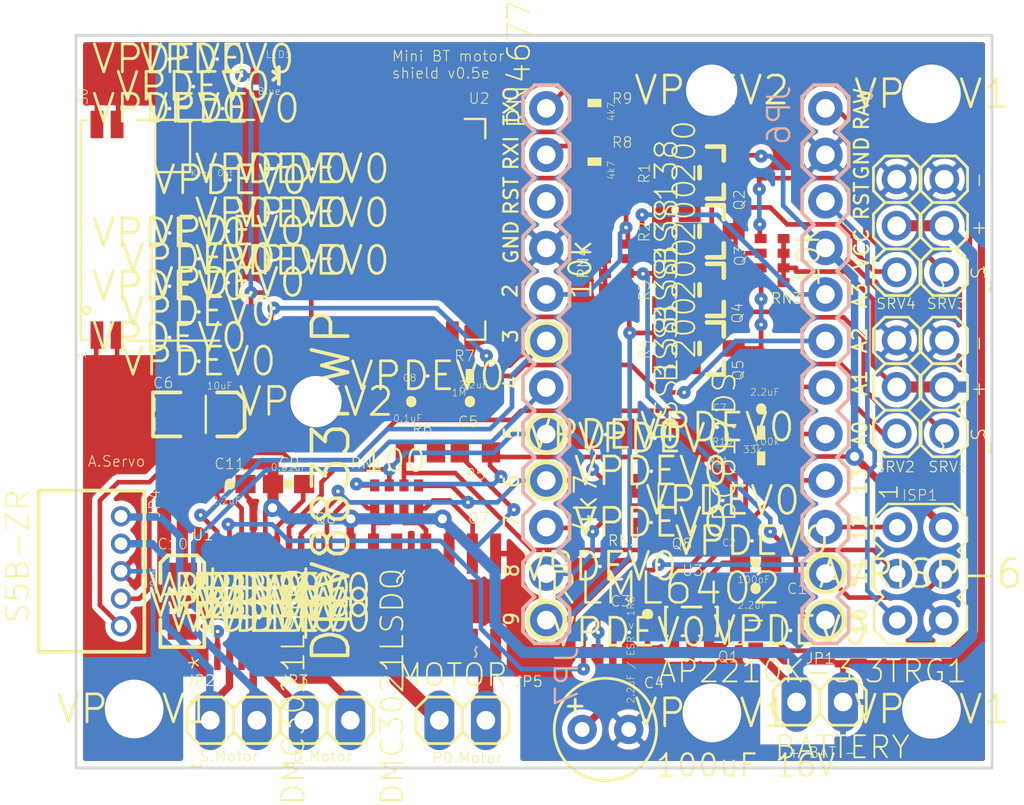
<source format=kicad_pcb>
(kicad_pcb (version 4) (host pcbnew 4.0.6)
  (layers (0 Top signal) (31 Bottom signal hide) (34 B.Paste user hide) (35 F.Paste user hide) (36 B.SilkS user hide) (37 F.SilkS user) (38 B.Mask user hide) (39 F.Mask user hide) (44 Edge.Cuts user))
  (net 0 "")
  (net 1 GND)
  (net 2 SCK)
  (net 3 MISO)
  (net 4 MOSI)
  (net 5 TXO)
  (net 6 RAW)
  (net 7 D9)
  (net 8 D8)
  (net 9 A3)
  (net 10 A2)
  (net 11 A1)
  (net 12 A0)
  (net 13 D2)
  (net 14 D3)
  (net 15 D4)
  (net 16 D5)
  (net 17 D6)
  (net 18 D7)
  (net 19 RXI)
  (net 20 B+)
  (net 21 RESET2)
  (net 22 D10)
  (net 23 3.3V)
  (net 24 "Net-(U1-Pad8)")
  (net 25 "Net-(U2-PadLDO3)")
  (net 26 "Net-(U2-PadLDO1)")
  (net 27 "Net-(U2-PadWAKE)")
  (net 28 "Net-(U2-PadPMUL)")
  (net 29 "Net-(U2-PadP04)")
  (net 30 "Net-(U2-PadP15)")
  (net 31 "Net-(U2-PadP12/)")
  (net 32 "Net-(U2-PadP13/)")
  (net 33 "Net-(U2-PadP05)")
  (net 34 "Net-(U2-PadP00/)")
  (net 35 "Net-(U2-PadP20)")
  (net 36 "Net-(U2-PadP24)")
  (net 37 "Net-(U2-PadEAN)")
  (net 38 "Net-(U2-PadRST_)")
  (net 39 "Net-(U2-PadP31)")
  (net 40 "Net-(U2-PadP32)")
  (net 41 "Net-(U2-PadP33)")
  (net 42 "Net-(U2-PadP34)")
  (net 43 "Net-(U2-PadP36)")
  (net 44 "Net-(U2-PadP37)")
  (net 45 "Net-(C2-Pad1)")
  (net 46 "Net-(C9-Pad1)")
  (net 47 "Net-(C11-Pad1)")
  (net 48 "Net-(JP2-Pad1)")
  (net 49 "Net-(JP2-Pad2)")
  (net 50 "Net-(JP3-Pad1)")
  (net 51 "Net-(JP3-Pad2)")
  (net 52 "Net-(JP5-Pad1)")
  (net 53 "Net-(JP5-Pad2)")
  (net 54 "Net-(JP7-Pad10)")
  (net 55 "Net-(LED1-PadC)")
  (net 56 "Net-(Q2-Pad3)")
  (net 57 "Net-(Q2-Pad2)")
  (net 58 "Net-(Q3-Pad3)")
  (net 59 "Net-(Q3-Pad2)")
  (net 60 "Net-(Q4-Pad3)")
  (net 61 "Net-(Q4-Pad2)")
  (net 62 "Net-(Q5-Pad3)")
  (net 63 "Net-(Q5-Pad2)")
  (net 64 "Net-(Q6-Pad2)")
  (net 65 "Net-(Q6-Pad4)")
  (net 66 "Net-(Q7-Pad2)")
  (net 67 "Net-(Q7-Pad4)")
  (net 68 "Net-(Q8-Pad2)")
  (net 69 "Net-(Q8-Pad3)")
  (net 70 "Net-(Q8-Pad5)")
  (net 71 "Net-(Q8-Pad6)")
  (net 72 "Net-(R8-Pad1)")
  (net 73 "Net-(R9-Pad1)")
  (module VPAC1 (layer Top) (at 126.67234 121.78538)
    (fp_text reference VP_39 hide)
    (fp_text value VPDEV1 (at 0 0) (layer F.SilkS))
    (pad VP thru_hole rect (at 0 0) (size 4.216 4.216) (drill 3.2) (layers *.Cu *.Mask) (net 1 GND))
  )
  (module VPAC1 (layer Top) (at 158.21406 122.00382)
    (fp_text reference VP_39 hide)
    (fp_text value VPDEV1 (at 0 0) (layer F.SilkS))
    (pad VP thru_hole rect (at 0 0) (size 4.216 4.216) (drill 3.2) (layers *.Cu *.Mask) (net 1 GND))
  )
  (module 1X12 (layer Bottom) (at 164.4111 88.9936 270)
    (fp_text reference JP6 (at -1.3462 1.8288 270) (layer B.SilkS) (effects (font (size 1.2065 1.2065) (thickness 0.127)) (justify left bottom mirror)))
    (fp_text value ~ (at -1.27 -3.175 270) (layer B.SilkS) (effects (font (size 1.2065 1.2065) (thickness 0.1016)) (justify left bottom mirror)))
    (pad 1 thru_hole circle (at 0 0 180) (size 1.8796 1.8796) (drill 1.016) (layers *.Cu *.Mask) (net 6 RAW))
    (pad 2 thru_hole circle (at 2.54 0 180) (size 1.8796 1.8796) (drill 1.016) (layers *.Cu *.Mask) (net 1 GND))
    (pad 3 thru_hole circle (at 5.08 0 180) (size 1.8796 1.8796) (drill 1.016) (layers *.Cu *.Mask) (net 21 RESET2))
    (pad 4 thru_hole circle (at 7.62 0 180) (size 1.8796 1.8796) (drill 1.016) (layers *.Cu *.Mask) (net 23 3.3V))
    (pad 5 thru_hole circle (at 10.16 0 180) (size 1.8796 1.8796) (drill 1.016) (layers *.Cu *.Mask) (net 9 A3))
    (pad 6 thru_hole circle (at 12.7 0 180) (size 1.8796 1.8796) (drill 1.016) (layers *.Cu *.Mask) (net 10 A2))
    (pad 7 thru_hole circle (at 15.24 0 180) (size 1.8796 1.8796) (drill 1.016) (layers *.Cu *.Mask) (net 11 A1))
    (pad 8 thru_hole circle (at 17.78 0 180) (size 1.8796 1.8796) (drill 1.016) (layers *.Cu *.Mask) (net 12 A0))
    (pad 9 thru_hole circle (at 20.32 0 180) (size 1.8796 1.8796) (drill 1.016) (layers *.Cu *.Mask) (net 2 SCK))
    (pad 10 thru_hole circle (at 22.86 0 180) (size 1.8796 1.8796) (drill 1.016) (layers *.Cu *.Mask) (net 3 MISO))
    (pad 11 thru_hole circle (at 25.4 0 180) (size 1.8796 1.8796) (drill 1.016) (layers *.Cu *.Mask) (net 4 MOSI))
    (pad 12 thru_hole circle (at 27.94 0 180) (size 1.8796 1.8796) (drill 1.016) (layers *.Cu *.Mask) (net 22 D10))
  )
  (module 1X12 (layer Bottom) (at 149.1711 116.9336 90)
    (fp_text reference JP7 (at -1.3462 1.8288 90) (layer B.SilkS) (effects (font (size 1.2065 1.2065) (thickness 0.127)) (justify left bottom mirror)))
    (fp_text value ~ (at -1.27 -3.175 90) (layer B.SilkS) (effects (font (size 1.2065 1.2065) (thickness 0.1016)) (justify left bottom mirror)))
    (pad 1 thru_hole circle (at 0 0) (size 1.8796 1.8796) (drill 1.016) (layers *.Cu *.Mask) (net 7 D9))
    (pad 2 thru_hole circle (at 2.54 0) (size 1.8796 1.8796) (drill 1.016) (layers *.Cu *.Mask) (net 8 D8))
    (pad 3 thru_hole circle (at 5.08 0) (size 1.8796 1.8796) (drill 1.016) (layers *.Cu *.Mask) (net 18 D7))
    (pad 4 thru_hole circle (at 7.62 0) (size 1.8796 1.8796) (drill 1.016) (layers *.Cu *.Mask) (net 17 D6))
    (pad 5 thru_hole circle (at 10.16 0) (size 1.8796 1.8796) (drill 1.016) (layers *.Cu *.Mask) (net 16 D5))
    (pad 6 thru_hole circle (at 12.7 0) (size 1.8796 1.8796) (drill 1.016) (layers *.Cu *.Mask) (net 15 D4))
    (pad 7 thru_hole circle (at 15.24 0) (size 1.8796 1.8796) (drill 1.016) (layers *.Cu *.Mask) (net 14 D3))
    (pad 8 thru_hole circle (at 17.78 0) (size 1.8796 1.8796) (drill 1.016) (layers *.Cu *.Mask) (net 13 D2))
    (pad 9 thru_hole circle (at 20.32 0) (size 1.8796 1.8796) (drill 1.016) (layers *.Cu *.Mask) (net 1 GND))
    (pad 10 thru_hole circle (at 22.86 0) (size 1.8796 1.8796) (drill 1.016) (layers *.Cu *.Mask) (net 54 "Net-(JP7-Pad10)"))
    (pad 11 thru_hole circle (at 25.4 0) (size 1.8796 1.8796) (drill 1.016) (layers *.Cu *.Mask) (net 19 RXI))
    (pad 12 thru_hole circle (at 27.94 0) (size 1.8796 1.8796) (drill 1.016) (layers *.Cu *.Mask) (net 5 TXO))
  )
  (module BM77_BIG (layer Top) (at 138.2211 95.2736 90)
    (fp_text reference U2 (at 6.48028 6.67574 360) (layer F.SilkS) (effects (font (size 0.57912 0.57912) (thickness 0.046329)) (justify left bottom)))
    (fp_text value RN4677 (at 5.08 10.16 90) (layer F.SilkS) (effects (font (size 1.2065 1.2065) (thickness 0.09652)) (justify left bottom)))
    (fp_text user 1 (at -7.42 -14.15 90) (layer F.SilkS) (effects (font (size 0.4826 0.4826) (thickness 0.04064)) (justify left bottom)))
    (fp_text user 30 (at 6.45 -14.05 90) (layer F.SilkS) (effects (font (size 0.4826 0.4826) (thickness 0.04064)) (justify left bottom)))
    (fp_text user "Keep Out" (at 2.55 -8.48 180) (layer F.SilkS) (effects (font (size 0.3325 0.3325) (thickness 0.028)) (justify left bottom)))
    (pad GND1 smd rect (at -6.1 -13.58 90) (size 1.5 0.7) (layers Top F.Paste F.Mask) (net 1 GND))
    (pad BAT_ smd rect (at -6.1 -5.18 90) (size 1.5 0.7) (layers Top F.Paste F.Mask) (net 23 3.3V))
    (pad SW_B smd rect (at -6.1 -4.08 90) (size 1.5 0.7) (layers Top F.Paste F.Mask) (net 10 A2))
    (pad LDO3 smd rect (at -6.1 -2.98 90) (size 1.5 0.7) (layers Top F.Paste F.Mask) (net 25 "Net-(U2-PadLDO3)"))
    (pad VDD_ smd rect (at -6.1 -1.88 90) (size 1.5 0.7) (layers Top F.Paste F.Mask) (net 23 3.3V))
    (pad LDO1 smd rect (at -6.1 -0.78 90) (size 1.5 0.7) (layers Top F.Paste F.Mask) (net 26 "Net-(U2-PadLDO1)"))
    (pad WAKE smd rect (at -6.1 0.32 90) (size 1.5 0.7) (layers Top F.Paste F.Mask) (net 27 "Net-(U2-PadWAKE)"))
    (pad PMUL smd rect (at -6.1 1.42 90) (size 1.5 0.7) (layers Top F.Paste F.Mask) (net 28 "Net-(U2-PadPMUL)"))
    (pad P04 smd rect (at -6.1 2.52 90) (size 1.5 0.7) (layers Top F.Paste F.Mask) (net 29 "Net-(U2-PadP04)"))
    (pad P15 smd rect (at -6.1 3.62 90) (size 1.5 0.7) (layers Top F.Paste F.Mask) (net 30 "Net-(U2-PadP15)"))
    (pad P12/ smd rect (at -6.1 4.72 90) (size 1.5 0.7) (layers Top F.Paste F.Mask) (net 31 "Net-(U2-PadP12/)"))
    (pad P13/ smd rect (at -6.1 5.82 90) (size 1.5 0.7) (layers Top F.Paste F.Mask) (net 32 "Net-(U2-PadP13/)"))
    (pad P17/ smd rect (at -3.65 7.37 180) (size 1.5 0.7) (layers Top F.Paste F.Mask) (net 1 GND))
    (pad P05 smd rect (at -2.55 7.37 180) (size 1.5 0.7) (layers Top F.Paste F.Mask) (net 33 "Net-(U2-PadP05)"))
    (pad P00/ smd rect (at -1.45 7.37 180) (size 1.5 0.7) (layers Top F.Paste F.Mask) (net 34 "Net-(U2-PadP00/)"))
    (pad P20 smd rect (at -0.35 7.37 180) (size 1.5 0.7) (layers Top F.Paste F.Mask) (net 35 "Net-(U2-PadP20)"))
    (pad P24 smd rect (at 0.75 7.37 180) (size 1.5 0.7) (layers Top F.Paste F.Mask) (net 36 "Net-(U2-PadP24)"))
    (pad EAN smd rect (at 1.85 7.37 180) (size 1.5 0.7) (layers Top F.Paste F.Mask) (net 37 "Net-(U2-PadEAN)"))
    (pad RST_ smd rect (at 2.95 7.37 180) (size 1.5 0.7) (layers Top F.Paste F.Mask) (net 38 "Net-(U2-PadRST_)"))
    (pad RXD smd rect (at 5.4 5.82 270) (size 1.5 0.7) (layers Top F.Paste F.Mask) (net 73 "Net-(R9-Pad1)"))
    (pad TXD smd rect (at 5.4 4.72 270) (size 1.5 0.7) (layers Top F.Paste F.Mask) (net 72 "Net-(R8-Pad1)"))
    (pad P31 smd rect (at 5.4 3.62 270) (size 1.5 0.7) (layers Top F.Paste F.Mask) (net 39 "Net-(U2-PadP31)"))
    (pad P32 smd rect (at 5.4 2.52 270) (size 1.5 0.7) (layers Top F.Paste F.Mask) (net 40 "Net-(U2-PadP32)"))
    (pad P33 smd rect (at 5.4 1.42 270) (size 1.5 0.7) (layers Top F.Paste F.Mask) (net 41 "Net-(U2-PadP33)"))
    (pad P34 smd rect (at 5.4 0.32 270) (size 1.5 0.7) (layers Top F.Paste F.Mask) (net 42 "Net-(U2-PadP34)"))
    (pad P36 smd rect (at 5.4 -0.78 270) (size 1.5 0.7) (layers Top F.Paste F.Mask) (net 43 "Net-(U2-PadP36)"))
    (pad P37 smd rect (at 5.4 -1.88 270) (size 1.5 0.7) (layers Top F.Paste F.Mask) (net 44 "Net-(U2-PadP37)"))
    (pad LED1 smd rect (at 5.4 -2.98 270) (size 1.5 0.7) (layers Top F.Paste F.Mask) (net 55 "Net-(LED1-PadC)"))
    (pad GND4 smd rect (at 5.4 -4.08 270) (size 1.5 0.7) (layers Top F.Paste F.Mask) (net 1 GND))
    (pad GND2 smd rect (at -6.1 -12.48 90) (size 1.5 0.7) (layers Top F.Paste F.Mask) (net 1 GND))
    (pad GND3 smd rect (at -6.1 -6.28 90) (size 1.5 0.7) (layers Top F.Paste F.Mask) (net 1 GND))
    (pad GND5 smd rect (at 5.4 -12.48 270) (size 1.5 0.7) (layers Top F.Paste F.Mask) (net 1 GND))
    (pad GND6 smd rect (at 5.4 -13.58 270) (size 1.5 0.7) (layers Top F.Paste F.Mask) (net 1 GND))
  )
  (module AVRISP (layer Top) (at 169.6011 114.4036)
    (fp_text reference ISP1 (at -1.0467 -3.9517) (layer F.SilkS) (effects (font (size 0.57912 0.57912) (thickness 0.046329)) (justify left bottom)))
    (fp_text value AVRISP-6 (at 0 0) (layer F.SilkS))
    (fp_text user 1 (at -1.161 -3.9517 90) (layer F.SilkS) (effects (font (size 0.9652 0.9652) (thickness 0.08128)) (justify left bottom)))
    (pad 3 thru_hole circle (at -1.27 0) (size 1.6256 1.6256) (drill 0.9) (layers *.Cu *.Mask) (net 2 SCK))
    (pad 4 thru_hole circle (at 1.27 0) (size 1.6256 1.6256) (drill 0.9) (layers *.Cu *.Mask) (net 4 MOSI))
    (pad 2 thru_hole circle (at 1.27 -2.54) (size 1.6256 1.6256) (drill 0.9) (layers *.Cu *.Mask) (net 23 3.3V))
    (pad 1 thru_hole circle (at -1.27 -2.54) (size 1.6256 1.6256) (drill 0.9) (layers *.Cu *.Mask) (net 3 MISO))
    (pad 5 thru_hole circle (at -1.27 2.54) (size 1.6256 1.6256) (drill 0.9) (layers *.Cu *.Mask) (net 21 RESET2))
    (pad 6 thru_hole circle (at 1.27 2.54) (size 1.6256 1.6256) (drill 0.9) (layers *.Cu *.Mask) (net 1 GND))
  )
  (module 1X03 (layer Top) (at 170.9011 95.4036 90)
    (fp_text reference SRV3 (at -4.59366 -0.99796 360) (layer F.SilkS) (effects (font (size 0.57912 0.57912) (thickness 0.057912)) (justify left bottom)))
    (fp_text value ~ (at -3.81 3.175 90) (layer F.SilkS) (effects (font (size 1.2065 1.2065) (thickness 0.09652)) (justify left bottom)))
    (pad 1 thru_hole circle (at -2.54 0 180) (size 1.6256 1.6256) (drill 1.016) (layers *.Cu *.Mask) (net 56 "Net-(Q2-Pad3)"))
    (pad 2 thru_hole circle (at 0 0 180) (size 1.6256 1.6256) (drill 1.016) (layers *.Cu *.Mask) (net 20 B+))
    (pad 3 thru_hole circle (at 2.54 0 180) (size 1.6256 1.6256) (drill 1.016) (layers *.Cu *.Mask) (net 1 GND))
  )
  (module 1X03 (layer Top) (at 168.3011 95.4036 90)
    (fp_text reference SRV4 (at -4.59366 -1.16402 360) (layer F.SilkS) (effects (font (size 0.57912 0.57912) (thickness 0.057912)) (justify left bottom)))
    (fp_text value ~ (at -3.81 3.175 90) (layer F.SilkS) (effects (font (size 1.2065 1.2065) (thickness 0.09652)) (justify left bottom)))
    (pad 1 thru_hole circle (at -2.54 0 180) (size 1.6256 1.6256) (drill 1.016) (layers *.Cu *.Mask) (net 58 "Net-(Q3-Pad3)"))
    (pad 2 thru_hole circle (at 0 0 180) (size 1.6256 1.6256) (drill 1.016) (layers *.Cu *.Mask) (net 20 B+))
    (pad 3 thru_hole circle (at 2.54 0 180) (size 1.6256 1.6256) (drill 1.016) (layers *.Cu *.Mask) (net 1 GND))
  )
  (module 1X03 (layer Top) (at 170.9011 104.2036 90)
    (fp_text reference SRV1 (at -4.70652 -0.91414 360) (layer F.SilkS) (effects (font (size 0.57912 0.57912) (thickness 0.057912)) (justify left bottom)))
    (fp_text value ~ (at -3.81 3.175 90) (layer F.SilkS) (effects (font (size 1.2065 1.2065) (thickness 0.09652)) (justify left bottom)))
    (pad 1 thru_hole circle (at -2.54 0 180) (size 1.6256 1.6256) (drill 1.016) (layers *.Cu *.Mask) (net 60 "Net-(Q4-Pad3)"))
    (pad 2 thru_hole circle (at 0 0 180) (size 1.6256 1.6256) (drill 1.016) (layers *.Cu *.Mask) (net 20 B+))
    (pad 3 thru_hole circle (at 2.54 0 180) (size 1.6256 1.6256) (drill 1.016) (layers *.Cu *.Mask) (net 1 GND))
  )
  (module 1X03 (layer Top) (at 168.3011 104.2036 90)
    (fp_text reference SRV2 (at -4.70652 -1.2199 360) (layer F.SilkS) (effects (font (size 0.57912 0.57912) (thickness 0.057912)) (justify left bottom)))
    (fp_text value ~ (at -3.81 3.175 90) (layer F.SilkS) (effects (font (size 1.2065 1.2065) (thickness 0.09652)) (justify left bottom)))
    (pad 1 thru_hole circle (at -2.54 0 180) (size 1.6256 1.6256) (drill 1.016) (layers *.Cu *.Mask) (net 62 "Net-(Q5-Pad3)"))
    (pad 2 thru_hole circle (at 0 0 180) (size 1.6256 1.6256) (drill 1.016) (layers *.Cu *.Mask) (net 20 B+))
    (pad 3 thru_hole circle (at 2.54 0 180) (size 1.6256 1.6256) (drill 1.016) (layers *.Cu *.Mask) (net 1 GND))
  )
  (module 0603-RES (layer Top) (at 151.8011 91.9036 90)
    (fp_text reference R8 (at 0.70744 0.91894 360) (layer F.SilkS) (effects (font (size 0.57912 0.57912) (thickness 0.046329)) (justify left bottom)))
    (fp_text value 4k7 (at -1.016 1.143 90) (layer F.SilkS) (effects (font (size 0.38608 0.38608) (thickness 0.030886)) (justify left bottom)))
    (pad 1 smd rect (at -0.85 0 90) (size 1.1 1) (layers Top F.Paste F.Mask) (net 72 "Net-(R8-Pad1)"))
    (pad 2 smd rect (at 0.85 0 90) (size 1.1 1) (layers Top F.Paste F.Mask) (net 19 RXI))
  )
  (module 0603-RES (layer Top) (at 151.8011 88.7036 90)
    (fp_text reference R9 (at -0.08972 0.91894 360) (layer F.SilkS) (effects (font (size 0.57912 0.57912) (thickness 0.046329)) (justify left bottom)))
    (fp_text value 4k7 (at -1.016 1.143 90) (layer F.SilkS) (effects (font (size 0.38608 0.38608) (thickness 0.030886)) (justify left bottom)))
    (pad 1 smd rect (at -0.85 0 90) (size 1.1 1) (layers Top F.Paste F.Mask) (net 73 "Net-(R9-Pad1)"))
    (pad 2 smd rect (at 0.85 0 90) (size 1.1 1) (layers Top F.Paste F.Mask) (net 5 TXO))
  )
  (module EIA3216 (layer Top) (at 130.2011 105.7036)
    (fp_text reference C6 (at -2.54 -1.381) (layer F.SilkS) (effects (font (size 0.57912 0.57912) (thickness 0.046329)) (justify left bottom)))
    (fp_text value 10uF (at 0.408 -1.332) (layer F.SilkS) (effects (font (size 0.38608 0.38608) (thickness 0.030886)) (justify left bottom)))
    (pad C smd rect (at -1.4 0 90) (size 1.6 1.4) (layers Top F.Paste F.Mask) (net 1 GND))
    (pad A smd rect (at 1.4 0 90) (size 1.6 1.4) (layers Top F.Paste F.Mask) (net 23 3.3V))
  )
  (module 0603-LED-ALT1 (layer Top) (at 134.4011 87.2036 270)
    (fp_text reference LED1 (at -0.92488 0.5685 360) (layer F.SilkS) (effects (font (size 0.38608 0.38608) (thickness 0.030886)) (justify left bottom)))
    (fp_text value Blue (at 1.0795 1.016 360) (layer F.SilkS) (effects (font (size 0.38608 0.38608) (thickness 0.030886)) (justify left bottom)))
    (pad C smd rect (at 0 -0.877 270) (size 1 1) (layers Top F.Paste F.Mask) (net 55 "Net-(LED1-PadC)"))
    (pad A smd rect (at 0 0.877 270) (size 1 1) (layers Top F.Paste F.Mask) (net 23 3.3V))
  )
  (module 0603-CAP (layer Top) (at 131.9011 109.5036)
    (fp_text reference C11 (at -0.889 -0.762) (layer F.SilkS) (effects (font (size 0.57912 0.57912) (thickness 0.046329)) (justify left bottom)))
    (fp_text value 2.2uF (at -1.016 1.143) (layer F.SilkS) (effects (font (size 0.38608 0.38608) (thickness 0.030886)) (justify left bottom)))
    (pad 1 smd rect (at -0.85 0) (size 1.1 1) (layers Top F.Paste F.Mask) (net 47 "Net-(C11-Pad1)"))
    (pad 2 smd rect (at 0.85 0) (size 1.1 1) (layers Top F.Paste F.Mask) (net 1 GND))
  )
  (module 0603-CAP (layer Top) (at 135.1011 109.5036 180)
    (fp_text reference C9 (at 0.57 0.8043 360) (layer F.SilkS) (effects (font (size 0.57912 0.57912) (thickness 0.046329)) (justify left bottom)))
    (fp_text value 0.01uF (at -1.016 1.143 360) (layer F.SilkS) (effects (font (size 0.38608 0.38608) (thickness 0.030886)) (justify right top)))
    (pad 1 smd rect (at -0.85 0 180) (size 1.1 1) (layers Top F.Paste F.Mask) (net 46 "Net-(C9-Pad1)"))
    (pad 2 smd rect (at 0.85 0 180) (size 1.1 1) (layers Top F.Paste F.Mask) (net 20 B+))
  )
  (module MICRO3 (layer Top) (at 160.6011 117.6036 180)
    (fp_text reference Q1 (at 0.8859 -1.0017 360) (layer F.SilkS) (effects (font (size 0.57912 0.57912) (thickness 0.046329)) (justify right top)))
    (fp_text value IRLML6402 (at -1.5 3.4 360) (layer F.SilkS) (effects (font (size 1.6891 1.6891) (thickness 0.135128)) (justify right top)))
    (pad 1 smd rect (at -0.95 1 180) (size 0.8 0.9) (layers Top F.Paste F.Mask) (net 1 GND))
    (pad 2 smd rect (at 0.95 1 180) (size 0.8 0.9) (layers Top F.Paste F.Mask) (net 6 RAW))
    (pad 3 smd rect (at 0 -1 180) (size 0.8 0.9) (layers Top F.Paste F.Mask) (net 20 B+))
  )
  (module 1X02 (layer Top) (at 164.1011 121.4036)
    (fp_text reference JP1 (at -0.80958 -2.04392) (layer F.SilkS) (effects (font (size 0.57912 0.57912) (thickness 0.057912)) (justify left bottom)))
    (fp_text value BATTERY (at -2.54 3.175) (layer F.SilkS) (effects (font (size 1.2065 1.2065) (thickness 0.09652)) (justify left bottom)))
    (pad 1 thru_hole oval (at -1.27 0 90) (size 3.2512 1.6256) (drill 1.016) (layers *.Cu *.Mask) (net 20 B+))
    (pad 2 thru_hole oval (at 1.27 0 90) (size 3.2512 1.6256) (drill 1.016) (layers *.Cu *.Mask) (net 1 GND))
  )
  (module SO8 (layer Top) (at 139.1011 115.9036 180)
    (fp_text reference Q6 (at 2.5888 4.1944 360) (layer F.SilkS) (effects (font (size 0.57912 0.57912) (thickness 0.046329)) (justify left bottom)))
    (fp_text value DMC3021LSDQ (at 4.445 1.905 450) (layer F.SilkS) (effects (font (size 1.2065 1.2065) (thickness 0.09652)) (justify right top)))
    (pad 2 smd rect (at -0.635 2.6 180) (size 0.6 2.2) (layers Top F.Paste F.Mask) (net 64 "Net-(Q6-Pad2)"))
    (pad 7 smd rect (at -0.635 -2.6 180) (size 0.6 2.2) (layers Top F.Paste F.Mask) (net 53 "Net-(JP5-Pad2)"))
    (pad 1 smd rect (at -1.905 2.6 180) (size 0.6 2.2) (layers Top F.Paste F.Mask) (net 1 GND))
    (pad 3 smd rect (at 0.635 2.6 180) (size 0.6 2.2) (layers Top F.Paste F.Mask) (net 20 B+))
    (pad 4 smd rect (at 1.905 2.6 180) (size 0.6 2.2) (layers Top F.Paste F.Mask) (net 65 "Net-(Q6-Pad4)"))
    (pad 8 smd rect (at -1.905 -2.6 180) (size 0.6 2.2) (layers Top F.Paste F.Mask) (net 53 "Net-(JP5-Pad2)"))
    (pad 6 smd rect (at 0.635 -2.6 180) (size 0.6 2.2) (layers Top F.Paste F.Mask) (net 53 "Net-(JP5-Pad2)"))
    (pad 5 smd rect (at 1.905 -2.6 180) (size 0.6 2.2) (layers Top F.Paste F.Mask) (net 53 "Net-(JP5-Pad2)"))
  )
  (module SO8 (layer Top) (at 144.5011 115.9036 180)
    (fp_text reference Q7 (at -0.3551 4.1944 360) (layer F.SilkS) (effects (font (size 0.57912 0.57912) (thickness 0.046329)) (justify left bottom)))
    (fp_text value DMC3021LSDQ (at 4.445 1.905 450) (layer F.SilkS) (effects (font (size 1.2065 1.2065) (thickness 0.09652)) (justify right top)))
    (pad 2 smd rect (at -0.635 2.6 180) (size 0.6 2.2) (layers Top F.Paste F.Mask) (net 66 "Net-(Q7-Pad2)"))
    (pad 7 smd rect (at -0.635 -2.6 180) (size 0.6 2.2) (layers Top F.Paste F.Mask) (net 52 "Net-(JP5-Pad1)"))
    (pad 1 smd rect (at -1.905 2.6 180) (size 0.6 2.2) (layers Top F.Paste F.Mask) (net 1 GND))
    (pad 3 smd rect (at 0.635 2.6 180) (size 0.6 2.2) (layers Top F.Paste F.Mask) (net 20 B+))
    (pad 4 smd rect (at 1.905 2.6 180) (size 0.6 2.2) (layers Top F.Paste F.Mask) (net 67 "Net-(Q7-Pad4)"))
    (pad 8 smd rect (at -1.905 -2.6 180) (size 0.6 2.2) (layers Top F.Paste F.Mask) (net 52 "Net-(JP5-Pad1)"))
    (pad 6 smd rect (at 0.635 -2.6 180) (size 0.6 2.2) (layers Top F.Paste F.Mask) (net 52 "Net-(JP5-Pad1)"))
    (pad 5 smd rect (at 1.905 -2.6 180) (size 0.6 2.2) (layers Top F.Paste F.Mask) (net 52 "Net-(JP5-Pad1)"))
  )
  (module 1X02 (layer Top) (at 132.1011 122.4036)
    (fp_text reference JP2 (at -2.6162 -1.8288) (layer F.SilkS) (effects (font (size 0.57912 0.57912) (thickness 0.057912)) (justify left bottom)))
    (fp_text value ~ (at -2.54 3.175) (layer F.SilkS) (effects (font (size 1.2065 1.2065) (thickness 0.09652)) (justify left bottom)))
    (pad 1 thru_hole oval (at -1.27 0 90) (size 3.2512 1.6256) (drill 1.016) (layers *.Cu *.Mask) (net 48 "Net-(JP2-Pad1)"))
    (pad 2 thru_hole oval (at 1.27 0 90) (size 3.2512 1.6256) (drill 1.016) (layers *.Cu *.Mask) (net 49 "Net-(JP2-Pad2)"))
  )
  (module 1X02 (layer Top) (at 144.6011 122.4036 180)
    (fp_text reference JP5 (at -2.7697 1.779 360) (layer F.SilkS) (effects (font (size 0.57912 0.57912) (thickness 0.057912)) (justify left bottom)))
    (fp_text value MOTOR (at -2.54 3.175 360) (layer F.SilkS) (effects (font (size 1.2065 1.2065) (thickness 0.09652)) (justify right top)))
    (pad 1 thru_hole oval (at -1.27 0 270) (size 3.2512 1.6256) (drill 1.016) (layers *.Cu *.Mask) (net 52 "Net-(JP5-Pad1)"))
    (pad 2 thru_hole oval (at 1.27 0 270) (size 3.2512 1.6256) (drill 1.016) (layers *.Cu *.Mask) (net 53 "Net-(JP5-Pad2)"))
  )
  (module SMT6 (layer Top) (at 156.7011 110.2036 90)
    (fp_text reference Q8 (at -2.22696 0.48934 360) (layer F.SilkS) (effects (font (size 0.57912 0.57912) (thickness 0.046329)) (justify right top)))
    (fp_text value BC817DS (at -1.45 2.9 90) (layer F.SilkS) (effects (font (size 1.2065 1.2065) (thickness 0.09652)) (justify left bottom)))
    (pad 1 smd rect (at -1.175 -0.95 90) (size 0.9 0.4) (layers Top F.Paste F.Mask) (net 1 GND))
    (pad 2 smd rect (at -1.175 0 90) (size 0.9 0.4) (layers Top F.Paste F.Mask) (net 68 "Net-(Q8-Pad2)"))
    (pad 3 smd rect (at -1.175 0.95 90) (size 0.9 0.4) (layers Top F.Paste F.Mask) (net 69 "Net-(Q8-Pad3)"))
    (pad 4 smd rect (at 1.175 0.95 270) (size 0.9 0.4) (layers Top F.Paste F.Mask) (net 1 GND))
    (pad 5 smd rect (at 1.175 0 270) (size 0.9 0.4) (layers Top F.Paste F.Mask) (net 70 "Net-(Q8-Pad5)"))
    (pad 6 smd rect (at 1.175 -0.95 270) (size 0.9 0.4) (layers Top F.Paste F.Mask) (net 71 "Net-(Q8-Pad6)"))
  )
  (module 0603-ARC (layer Top) (at 141.0011 110.2036)
    (fp_text reference RN1 (at -2.5457 -1.5043) (layer F.SilkS) (effects (font (size 0.57912 0.57912) (thickness 0.057912)) (justify left bottom)))
    (fp_text value 100 (at -1.905 -1.27) (layer F.SilkS) (effects (font (size 1.2065 1.2065) (thickness 0.12065)) (justify left bottom)))
    (pad 1 smd rect (at -1.2 0.625) (size 0.5 0.65) (layers Top F.Paste F.Mask) (net 65 "Net-(Q6-Pad4)"))
    (pad 2 smd rect (at -0.4 0.625) (size 0.5 0.65) (layers Top F.Paste F.Mask) (net 64 "Net-(Q6-Pad2)"))
    (pad 3 smd rect (at 0.4 0.625) (size 0.5 0.65) (layers Top F.Paste F.Mask) (net 67 "Net-(Q7-Pad4)"))
    (pad 4 smd rect (at 1.2 0.625) (size 0.5 0.65) (layers Top F.Paste F.Mask) (net 66 "Net-(Q7-Pad2)"))
    (pad 5 smd rect (at 1.2 -0.625) (size 0.5 0.65) (layers Top F.Paste F.Mask) (net 17 D6))
    (pad 6 smd rect (at 0.4 -0.625) (size 0.5 0.65) (layers Top F.Paste F.Mask) (net 69 "Net-(Q8-Pad3)"))
    (pad 7 smd rect (at -0.4 -0.625) (size 0.5 0.65) (layers Top F.Paste F.Mask) (net 16 D5))
    (pad 8 smd rect (at -1.2 -0.625) (size 0.5 0.65) (layers Top F.Paste F.Mask) (net 71 "Net-(Q8-Pad6)"))
  )
  (module R0603 (layer Top) (at 145.3011 107.7786 180)
    (fp_text reference R5 (at 0.5973 -1.5303 360) (layer F.SilkS) (effects (font (size 0.57912 0.57912) (thickness 0.046329)) (justify left bottom)))
    (fp_text value 470 hide)
    (pad 1 smd rect (at -0.85 0 180) (size 1 1.1) (layers Top F.Paste F.Mask) (net 71 "Net-(Q8-Pad6)"))
    (pad 2 smd rect (at 0.85 0 180) (size 1 1.1) (layers Top F.Paste F.Mask) (net 20 B+))
  )
  (module R0603 (layer Top) (at 142.3011 107.7786)
    (fp_text reference R6 (at -0.4929 -0.9462) (layer F.SilkS) (effects (font (size 0.57912 0.57912) (thickness 0.046329)) (justify left bottom)))
    (fp_text value 470 hide)
    (pad 1 smd rect (at -0.85 0) (size 1 1.1) (layers Top F.Paste F.Mask) (net 69 "Net-(Q8-Pad3)"))
    (pad 2 smd rect (at 0.85 0) (size 1 1.1) (layers Top F.Paste F.Mask) (net 20 B+))
  )
  (module HTSSOP-16 (layer Top) (at 133.5011 116.0036 90)
    (fp_text reference U1 (at 3.38 -3.6944 360) (layer F.SilkS) (effects (font (size 0.57912 0.57912) (thickness 0.057912)) (justify left bottom)))
    (fp_text value DRV8833PWP (at -3.4544 5.08 90) (layer F.SilkS) (effects (font (size 1.97866 1.97866) (thickness 0.197866)) (justify left bottom)))
    (fp_text user * (at -3.7592 -2.4892 90) (layer F.SilkS) (effects (font (size 1.2065 1.2065) (thickness 0.0762)) (justify left bottom)))
    (pad 1 smd rect (at -2.921 -2.286 90) (size 1.4732 0.3556) (layers Top F.Paste F.Mask) (net 15 D4))
    (pad 2 smd rect (at -2.921 -1.6256 90) (size 1.4732 0.3556) (layers Top F.Paste F.Mask) (net 48 "Net-(JP2-Pad1)"))
    (pad 3 smd rect (at -2.921 -0.9652 90) (size 1.4732 0.3556) (layers Top F.Paste F.Mask) (net 1 GND))
    (pad 4 smd rect (at -2.921 -0.3302 90) (size 1.4732 0.3556) (layers Top F.Paste F.Mask) (net 49 "Net-(JP2-Pad2)"))
    (pad 5 smd rect (at -2.921 0.3302 90) (size 1.4732 0.3556) (layers Top F.Paste F.Mask) (net 50 "Net-(JP3-Pad1)"))
    (pad 6 smd rect (at -2.921 0.9652 90) (size 1.4732 0.3556) (layers Top F.Paste F.Mask) (net 1 GND))
    (pad 7 smd rect (at -2.921 1.6256 90) (size 1.4732 0.3556) (layers Top F.Paste F.Mask) (net 51 "Net-(JP3-Pad2)"))
    (pad 8 smd rect (at -2.921 2.286 90) (size 1.4732 0.3556) (layers Top F.Paste F.Mask) (net 24 "Net-(U1-Pad8)"))
    (pad 9 smd rect (at 2.921 2.286 90) (size 1.4732 0.3556) (layers Top F.Paste F.Mask) (net 17 D6))
    (pad 10 smd rect (at 2.921 1.6256 90) (size 1.4732 0.3556) (layers Top F.Paste F.Mask) (net 16 D5))
    (pad 11 smd rect (at 2.921 0.9652 90) (size 1.4732 0.3556) (layers Top F.Paste F.Mask) (net 46 "Net-(C9-Pad1)"))
    (pad 12 smd rect (at 2.921 0.3302 90) (size 1.4732 0.3556) (layers Top F.Paste F.Mask) (net 20 B+))
    (pad 13 smd rect (at 2.921 -0.3302 90) (size 1.4732 0.3556) (layers Top F.Paste F.Mask) (net 1 GND))
    (pad 14 smd rect (at 2.921 -0.9652 90) (size 1.4732 0.3556) (layers Top F.Paste F.Mask) (net 47 "Net-(C11-Pad1)"))
    (pad 15 smd rect (at 2.921 -1.6256 90) (size 1.4732 0.3556) (layers Top F.Paste F.Mask) (net 4 MOSI))
    (pad 16 smd rect (at 2.921 -2.286 90) (size 1.4732 0.3556) (layers Top F.Paste F.Mask) (net 14 D3))
    (pad 17 smd rect (at 0 0 180) (size 2.31 2.46) (layers Top F.Paste F.Mask) (net 1 GND))
  )
  (module 1X02 (layer Top) (at 137.2011 122.4036)
    (fp_text reference JP3 (at -2.6162 -1.8288) (layer F.SilkS) (effects (font (size 0.57912 0.57912) (thickness 0.057912)) (justify left bottom)))
    (fp_text value ~ (at -2.54 3.175) (layer F.SilkS) (effects (font (size 1.2065 1.2065) (thickness 0.09652)) (justify left bottom)))
    (pad 1 thru_hole oval (at -1.27 0 90) (size 3.2512 1.6256) (drill 1.016) (layers *.Cu *.Mask) (net 50 "Net-(JP3-Pad1)"))
    (pad 2 thru_hole oval (at 1.27 0 90) (size 3.2512 1.6256) (drill 1.016) (layers *.Cu *.Mask) (net 51 "Net-(JP3-Pad2)"))
  )
  (module EIA3216 (layer Top) (at 129.3011 115.9036 90)
    (fp_text reference C10 (at 2.7847 -1.3994 360) (layer F.SilkS) (effects (font (size 0.57912 0.57912) (thickness 0.046329)) (justify left bottom)))
    (fp_text value 10uF (at 0.408 -1.332 90) (layer F.SilkS) (effects (font (size 0.38608 0.38608) (thickness 0.030886)) (justify left bottom)))
    (pad C smd rect (at -1.4 0 180) (size 1.6 1.4) (layers Top F.Paste F.Mask) (net 1 GND))
    (pad A smd rect (at 1.4 0 180) (size 1.6 1.4) (layers Top F.Paste F.Mask) (net 20 B+))
  )
  (module 0603-CAP (layer Top) (at 160.6011 115.2036)
    (fp_text reference C1 (at 1.67442 0.35624) (layer F.SilkS) (effects (font (size 0.57912 0.57912) (thickness 0.046329)) (justify left bottom)))
    (fp_text value 2.2uF (at -1.016 1.143) (layer F.SilkS) (effects (font (size 0.38608 0.38608) (thickness 0.030886)) (justify left bottom)))
    (pad 1 smd rect (at -0.85 0) (size 1.1 1) (layers Top F.Paste F.Mask) (net 6 RAW))
    (pad 2 smd rect (at 0.85 0) (size 1.1 1) (layers Top F.Paste F.Mask) (net 1 GND))
  )
  (module 0603-CAP (layer Top) (at 154.7011 116.6036 270)
    (fp_text reference C3 (at -0.3605 2.0725 360) (layer F.SilkS) (effects (font (size 0.57912 0.57912) (thickness 0.046329)) (justify left bottom)))
    (fp_text value "2.2uF / ESR < 1R5" (at -1.016 1.143 450) (layer F.SilkS) (effects (font (size 0.38608 0.38608) (thickness 0.030886)) (justify right top)))
    (pad 1 smd rect (at -0.85 0 270) (size 1.1 1) (layers Top F.Paste F.Mask) (net 23 3.3V))
    (pad 2 smd rect (at 0.85 0 270) (size 1.1 1) (layers Top F.Paste F.Mask) (net 1 GND))
  )
  (module SOT23 (layer Top) (at 158.2011 92.5036 270)
    (fp_text reference Q2 (at 0.8795 -1.1712 450) (layer F.SilkS) (effects (font (size 0.57912 0.57912) (thickness 0.046329)) (justify right top)))
    (fp_text value BSS138 (at -1.905 3.175 450) (layer F.SilkS) (effects (font (size 1.2065 1.2065) (thickness 0.09652)) (justify right top)))
    (pad 3 smd rect (at 0 -1.2 270) (size 0.9 1.2) (layers Top F.Paste F.Mask) (net 56 "Net-(Q2-Pad3)"))
    (pad 2 smd rect (at 0.95 1.2 270) (size 0.9 1.2) (layers Top F.Paste F.Mask) (net 57 "Net-(Q2-Pad2)"))
    (pad 1 smd rect (at -0.95 1.2 270) (size 0.9 1.2) (layers Top F.Paste F.Mask) (net 23 3.3V))
  )
  (module SOT23 (layer Top) (at 158.2011 95.7036 270)
    (fp_text reference Q3 (at 0.7275 -1.2093 450) (layer F.SilkS) (effects (font (size 0.57912 0.57912) (thickness 0.046329)) (justify right top)))
    (fp_text value BSS138 (at -1.905 3.175 450) (layer F.SilkS) (effects (font (size 1.2065 1.2065) (thickness 0.09652)) (justify right top)))
    (pad 3 smd rect (at 0 -1.2 270) (size 0.9 1.2) (layers Top F.Paste F.Mask) (net 58 "Net-(Q3-Pad3)"))
    (pad 2 smd rect (at 0.95 1.2 270) (size 0.9 1.2) (layers Top F.Paste F.Mask) (net 59 "Net-(Q3-Pad2)"))
    (pad 1 smd rect (at -0.95 1.2 270) (size 0.9 1.2) (layers Top F.Paste F.Mask) (net 23 3.3V))
  )
  (module SOT23 (layer Top) (at 158.2011 98.9036 270)
    (fp_text reference Q4 (at 1.8709 -1.7427 450) (layer F.SilkS) (effects (font (size 0.57912 0.57912) (thickness 0.046329)) (justify left bottom)))
    (fp_text value BSS138 (at -1.905 3.175 450) (layer F.SilkS) (effects (font (size 1.2065 1.2065) (thickness 0.09652)) (justify right top)))
    (pad 3 smd rect (at 0 -1.2 270) (size 0.9 1.2) (layers Top F.Paste F.Mask) (net 60 "Net-(Q4-Pad3)"))
    (pad 2 smd rect (at 0.95 1.2 270) (size 0.9 1.2) (layers Top F.Paste F.Mask) (net 61 "Net-(Q4-Pad2)"))
    (pad 1 smd rect (at -0.95 1.2 270) (size 0.9 1.2) (layers Top F.Paste F.Mask) (net 23 3.3V))
  )
  (module SOT23 (layer Top) (at 158.2011 102.1036 270)
    (fp_text reference Q5 (at 1.7951 -1.7808 450) (layer F.SilkS) (effects (font (size 0.57912 0.57912) (thickness 0.046329)) (justify left bottom)))
    (fp_text value BSS138 (at -1.905 3.175 450) (layer F.SilkS) (effects (font (size 1.2065 1.2065) (thickness 0.09652)) (justify right top)))
    (pad 3 smd rect (at 0 -1.2 270) (size 0.9 1.2) (layers Top F.Paste F.Mask) (net 62 "Net-(Q5-Pad3)"))
    (pad 2 smd rect (at 0.95 1.2 270) (size 0.9 1.2) (layers Top F.Paste F.Mask) (net 63 "Net-(Q5-Pad2)"))
    (pad 1 smd rect (at -0.95 1.2 270) (size 0.9 1.2) (layers Top F.Paste F.Mask) (net 23 3.3V))
  )
  (module 0603-CAP (layer Top) (at 145.0011 105.0036 180)
    (fp_text reference C5 (at -0.5028 -0.762 360) (layer F.SilkS) (effects (font (size 0.57912 0.57912) (thickness 0.046329)) (justify right top)))
    (fp_text value 2.2uF (at -1.016 1.143 360) (layer F.SilkS) (effects (font (size 0.38608 0.38608) (thickness 0.030886)) (justify right top)))
    (pad 1 smd rect (at -0.85 0 180) (size 1.1 1) (layers Top F.Paste F.Mask) (net 10 A2))
    (pad 2 smd rect (at 0.85 0 180) (size 1.1 1) (layers Top F.Paste F.Mask) (net 1 GND))
  )
  (module 0603-RES (layer Top) (at 145.0011 103.6036)
    (fp_text reference R7 (at -0.889 -0.762) (layer F.SilkS) (effects (font (size 0.57912 0.57912) (thickness 0.046329)) (justify left bottom)))
    (fp_text value 1M (at -1.016 1.143) (layer F.SilkS) (effects (font (size 0.38608 0.38608) (thickness 0.030886)) (justify left bottom)))
    (pad 1 smd rect (at -0.85 0) (size 1.1 1) (layers Top F.Paste F.Mask) (net 1 GND))
    (pad 2 smd rect (at 0.85 0) (size 1.1 1) (layers Top F.Paste F.Mask) (net 10 A2))
  )
  (module SOT25 (layer Top) (at 157.1011 117.0036)
    (fp_text reference U3 (at -0.5482 -2.4369) (layer F.SilkS) (effects (font (size 0.57912 0.57912) (thickness 0.046329)) (justify left bottom)))
    (fp_text value AP2210K-3.3TRG1 (at -1.905 3.429) (layer F.SilkS) (effects (font (size 1.2065 1.2065) (thickness 0.09652)) (justify left bottom)))
    (pad 1 smd rect (at -0.95 1.3) (size 0.55 1.2) (layers Top F.Paste F.Mask) (net 6 RAW))
    (pad 2 smd rect (at 0 1.3) (size 0.55 1.2) (layers Top F.Paste F.Mask) (net 1 GND))
    (pad 3 smd rect (at 0.95 1.3) (size 0.55 1.2) (layers Top F.Paste F.Mask) (net 6 RAW))
    (pad 4 smd rect (at 0.95 -1.3) (size 0.55 1.2) (layers Top F.Paste F.Mask) (net 45 "Net-(C2-Pad1)"))
    (pad 5 smd rect (at -0.95 -1.3) (size 0.55 1.2) (layers Top F.Paste F.Mask) (net 23 3.3V))
  )
  (module 0603-CAP (layer Top) (at 160.6011 113.8036)
    (fp_text reference C2 (at -1.84602 -0.87012) (layer F.SilkS) (effects (font (size 0.38608 0.38608) (thickness 0.030886)) (justify left bottom)))
    (fp_text value 100pF (at -1.016 1.143) (layer F.SilkS) (effects (font (size 0.38608 0.38608) (thickness 0.030886)) (justify left bottom)))
    (pad 1 smd rect (at -0.85 0) (size 1.1 1) (layers Top F.Paste F.Mask) (net 45 "Net-(C2-Pad1)"))
    (pad 2 smd rect (at 0.85 0) (size 1.1 1) (layers Top F.Paste F.Mask) (net 1 GND))
  )
  (module 0603-ARC (layer Top) (at 161.5011 97.3036 270)
    (fp_text reference RN3 (at 2.4041 0.1095 360) (layer F.SilkS) (effects (font (size 0.57912 0.57912) (thickness 0.057912)) (justify left bottom)))
    (fp_text value 10k (at -1.905 -1.27 450) (layer F.SilkS) (effects (font (size 1.2065 1.2065) (thickness 0.12065)) (justify right top)))
    (pad 1 smd rect (at -1.2 0.625 270) (size 0.5 0.65) (layers Top F.Paste F.Mask) (net 56 "Net-(Q2-Pad3)"))
    (pad 2 smd rect (at -0.4 0.625 270) (size 0.5 0.65) (layers Top F.Paste F.Mask) (net 58 "Net-(Q3-Pad3)"))
    (pad 3 smd rect (at 0.4 0.625 270) (size 0.5 0.65) (layers Top F.Paste F.Mask) (net 60 "Net-(Q4-Pad3)"))
    (pad 4 smd rect (at 1.2 0.625 270) (size 0.5 0.65) (layers Top F.Paste F.Mask) (net 62 "Net-(Q5-Pad3)"))
    (pad 5 smd rect (at 1.2 -0.625 270) (size 0.5 0.65) (layers Top F.Paste F.Mask) (net 20 B+))
    (pad 6 smd rect (at 0.4 -0.625 270) (size 0.5 0.65) (layers Top F.Paste F.Mask) (net 20 B+))
    (pad 7 smd rect (at -0.4 -0.625 270) (size 0.5 0.65) (layers Top F.Paste F.Mask) (net 20 B+))
    (pad 8 smd rect (at -1.2 -0.625 270) (size 0.5 0.65) (layers Top F.Paste F.Mask) (net 20 B+))
  )
  (module 0603-ARC (layer Top) (at 153.0011 97.6036 90)
    (fp_text reference RN4 (at -0.7325 -1.4774 90) (layer F.SilkS) (effects (font (size 0.57912 0.57912) (thickness 0.057912)) (justify left bottom)))
    (fp_text value 10k (at -1.905 -1.27 90) (layer F.SilkS) (effects (font (size 1.2065 1.2065) (thickness 0.12065)) (justify left bottom)))
    (pad 1 smd rect (at -1.2 0.625 90) (size 0.5 0.65) (layers Top F.Paste F.Mask) (net 7 D9))
    (pad 2 smd rect (at -0.4 0.625 90) (size 0.5 0.65) (layers Top F.Paste F.Mask) (net 22 D10))
    (pad 3 smd rect (at 0.4 0.625 90) (size 0.5 0.65) (layers Top F.Paste F.Mask) (net 9 A3))
    (pad 4 smd rect (at 1.2 0.625 90) (size 0.5 0.65) (layers Top F.Paste F.Mask) (net 13 D2))
    (pad 5 smd rect (at 1.2 -0.625 90) (size 0.5 0.65) (layers Top F.Paste F.Mask) (net 23 3.3V))
    (pad 6 smd rect (at 0.4 -0.625 90) (size 0.5 0.65) (layers Top F.Paste F.Mask) (net 23 3.3V))
    (pad 7 smd rect (at -0.4 -0.625 90) (size 0.5 0.65) (layers Top F.Paste F.Mask) (net 23 3.3V))
    (pad 8 smd rect (at -1.2 -0.625 90) (size 0.5 0.65) (layers Top F.Paste F.Mask) (net 23 3.3V))
  )
  (module E2,5-6 (layer Top) (at 152.4011 122.9036)
    (fp_text reference C4 (at 2.05122 -2.2028) (layer F.SilkS) (effects (font (size 0.57912 0.57912) (thickness 0.057912)) (justify left bottom)))
    (fp_text value "100uF 16V" (at 2.667 2.667) (layer F.SilkS) (effects (font (size 1.2065 1.2065) (thickness 0.12065)) (justify left bottom)))
    (pad - thru_hole circle (at 1.27 0) (size 1.6002 1.6002) (drill 0.8128) (layers *.Cu *.Mask) (net 1 GND))
    (pad + thru_hole circle (at -1.27 0) (size 1.6002 1.6002) (drill 0.8128) (layers *.Cu *.Mask) (net 23 3.3V))
  )
  (module R0603 (layer Top) (at 155.5011 92.5036 90)
    (fp_text reference R1 (at -0.635 -0.635 90) (layer F.SilkS) (effects (font (size 0.57912 0.57912) (thickness 0.046329)) (justify left bottom)))
    (fp_text value 200 (at -0.635 1.905 90) (layer F.SilkS) (effects (font (size 1.2065 1.2065) (thickness 0.09652)) (justify left bottom)))
    (pad 1 smd rect (at -0.85 0 90) (size 1 1.1) (layers Top F.Paste F.Mask) (net 57 "Net-(Q2-Pad2)"))
    (pad 2 smd rect (at 0.85 0 90) (size 1 1.1) (layers Top F.Paste F.Mask) (net 13 D2))
  )
  (module R0603 (layer Top) (at 155.5011 95.7036 90)
    (fp_text reference R2 (at -0.635 -0.635 90) (layer F.SilkS) (effects (font (size 0.57912 0.57912) (thickness 0.046329)) (justify left bottom)))
    (fp_text value 200 (at -0.635 1.905 90) (layer F.SilkS) (effects (font (size 1.2065 1.2065) (thickness 0.09652)) (justify left bottom)))
    (pad 1 smd rect (at -0.85 0 90) (size 1 1.1) (layers Top F.Paste F.Mask) (net 59 "Net-(Q3-Pad2)"))
    (pad 2 smd rect (at 0.85 0 90) (size 1 1.1) (layers Top F.Paste F.Mask) (net 9 A3))
  )
  (module R0603 (layer Top) (at 155.5011 98.9036 90)
    (fp_text reference R3 (at -0.635 -0.635 90) (layer F.SilkS) (effects (font (size 0.57912 0.57912) (thickness 0.046329)) (justify left bottom)))
    (fp_text value 200 (at -0.635 1.905 90) (layer F.SilkS) (effects (font (size 1.2065 1.2065) (thickness 0.09652)) (justify left bottom)))
    (pad 1 smd rect (at -0.85 0 90) (size 1 1.1) (layers Top F.Paste F.Mask) (net 61 "Net-(Q4-Pad2)"))
    (pad 2 smd rect (at 0.85 0 90) (size 1 1.1) (layers Top F.Paste F.Mask) (net 22 D10))
  )
  (module R0603 (layer Top) (at 155.5011 102.1036 90)
    (fp_text reference R4 (at -0.635 -0.635 90) (layer F.SilkS) (effects (font (size 0.57912 0.57912) (thickness 0.046329)) (justify left bottom)))
    (fp_text value 200 (at -0.635 1.905 90) (layer F.SilkS) (effects (font (size 1.2065 1.2065) (thickness 0.09652)) (justify left bottom)))
    (pad 1 smd rect (at -0.85 0 90) (size 1 1.1) (layers Top F.Paste F.Mask) (net 63 "Net-(Q5-Pad2)"))
    (pad 2 smd rect (at 0.85 0 90) (size 1 1.1) (layers Top F.Paste F.Mask) (net 7 D9))
  )
  (module 0603-CAP (layer Top) (at 141.8011 105.0036)
    (fp_text reference C8 (at -0.4882 -1.0668) (layer F.SilkS) (effects (font (size 0.38608 0.38608) (thickness 0.030886)) (justify left bottom)))
    (fp_text value 0.1uF (at -1.016 1.143) (layer F.SilkS) (effects (font (size 0.38608 0.38608) (thickness 0.030886)) (justify left bottom)))
    (pad 1 smd rect (at -0.85 0) (size 1.1 1) (layers Top F.Paste F.Mask) (net 11 A1))
    (pad 2 smd rect (at 0.85 0) (size 1.1 1) (layers Top F.Paste F.Mask) (net 1 GND))
  )
  (module 0603-ARC (layer Top) (at 153.3011 110.4036 90)
    (fp_text reference RN2 (at -2.52988 -0.80458 360) (layer F.SilkS) (effects (font (size 0.57912 0.57912) (thickness 0.057912)) (justify left bottom)))
    (fp_text value 4k7 (at -1.905 -1.27 90) (layer F.SilkS) (effects (font (size 1.2065 1.2065) (thickness 0.12065)) (justify left bottom)))
    (pad 1 smd rect (at -1.2 0.625 90) (size 0.5 0.65) (layers Top F.Paste F.Mask) (net 68 "Net-(Q8-Pad2)"))
    (pad 2 smd rect (at -0.4 0.625 90) (size 0.5 0.65) (layers Top F.Paste F.Mask) (net 70 "Net-(Q8-Pad5)"))
    (pad 3 smd rect (at 0.4 0.625 90) (size 0.5 0.65) (layers Top F.Paste F.Mask) (net 1 GND))
    (pad 4 smd rect (at 1.2 0.625 90) (size 0.5 0.65) (layers Top F.Paste F.Mask) (net 1 GND))
    (pad 5 smd rect (at 1.2 -0.625 90) (size 0.5 0.65) (layers Top F.Paste F.Mask) (net 16 D5))
    (pad 6 smd rect (at 0.4 -0.625 90) (size 0.5 0.65) (layers Top F.Paste F.Mask) (net 17 D6))
    (pad 7 smd rect (at -0.4 -0.625 90) (size 0.5 0.65) (layers Top F.Paste F.Mask) (net 18 D7))
    (pad 8 smd rect (at -1.2 -0.625 90) (size 0.5 0.65) (layers Top F.Paste F.Mask) (net 8 D8))
  )
  (module S5B-ZR (layer Top) (at 119.6011 109.7036 270)
    (fp_text reference JP4 (at 0.06 -7.85 450) (layer F.SilkS) (effects (font (size 0.57912 0.57912) (thickness 0.046329)) (justify right top)))
    (fp_text value S5B-ZR (at 0 0 450) (layer F.SilkS) (effects (font (size 1.2065 1.2065) (thickness 0.09652)) (justify right top)))
    (pad 1 thru_hole circle (at 1.56 -6.35 270) (size 1.1 1.1) (drill 0.7) (layers *.Cu *.Mask) (net 49 "Net-(JP2-Pad2)"))
    (pad 2 thru_hole circle (at 3.06 -6.35 270) (size 1.1 1.1) (drill 0.7) (layers *.Cu *.Mask) (net 48 "Net-(JP2-Pad1)"))
    (pad 3 thru_hole circle (at 4.56 -6.35 270) (size 1.1 1.1) (drill 0.7) (layers *.Cu *.Mask) (net 1 GND))
    (pad 4 thru_hole circle (at 6.06 -6.35 270) (size 1.1 1.1) (drill 0.7) (layers *.Cu *.Mask) (net 11 A1))
    (pad 5 thru_hole circle (at 7.56 -6.35 270) (size 1.1 1.1) (drill 0.7) (layers *.Cu *.Mask) (net 23 3.3V))
  )
  (module 0603-CAP (layer Top) (at 160.9011 105.4036 180)
    (fp_text reference C7 (at 1.86662 0.29332 360) (layer F.SilkS) (effects (font (size 0.38608 0.38608) (thickness 0.030886)) (justify right top)))
    (fp_text value 2.2uF (at -1.016 1.143 360) (layer F.SilkS) (effects (font (size 0.38608 0.38608) (thickness 0.030886)) (justify right top)))
    (pad 1 smd rect (at -0.85 0 180) (size 1.1 1) (layers Top F.Paste F.Mask) (net 12 A0))
    (pad 2 smd rect (at 0.85 0 180) (size 1.1 1) (layers Top F.Paste F.Mask) (net 1 GND))
  )
  (module 0603-RES (layer Top) (at 160.9011 106.7036)
    (fp_text reference R10 (at -1.53134 0.25072) (layer F.SilkS) (effects (font (size 0.38608 0.38608) (thickness 0.030886)) (justify right top)))
    (fp_text value 33k (at -1.016 1.143) (layer F.SilkS) (effects (font (size 0.38608 0.38608) (thickness 0.030886)) (justify left bottom)))
    (pad 1 smd rect (at -0.85 0) (size 1.1 1) (layers Top F.Paste F.Mask) (net 1 GND))
    (pad 2 smd rect (at 0.85 0) (size 1.1 1) (layers Top F.Paste F.Mask) (net 12 A0))
  )
  (module 0603-RES (layer Top) (at 160.9011 108.1036 180)
    (fp_text reference R11 (at 1.75486 0.08756 360) (layer F.SilkS) (effects (font (size 0.38608 0.38608) (thickness 0.030886)) (justify right top)))
    (fp_text value 100k (at -1.016 1.143 360) (layer F.SilkS) (effects (font (size 0.38608 0.38608) (thickness 0.030886)) (justify right top)))
    (pad 1 smd rect (at -0.85 0 180) (size 1.1 1) (layers Top F.Paste F.Mask) (net 12 A0))
    (pad 2 smd rect (at 0.85 0 180) (size 1.1 1) (layers Top F.Paste F.Mask) (net 20 B+))
  )
  (module VPAC0 (layer Top) (at 129.9011 87.8036)
    (fp_text reference VP_0 hide)
    (fp_text value VPDEV0 (at 0 0) (layer F.SilkS))
    (pad VP thru_hole circle (at 0 0) (size 0.708 0.708) (drill 0.2) (layers *.Cu *.Mask) (net 1 GND))
  )
  (module VPAC0 (layer Top) (at 131.2011 86.3036)
    (fp_text reference VP_1 hide)
    (fp_text value VPDEV0 (at 0 0) (layer F.SilkS))
    (pad VP thru_hole circle (at 0 0) (size 0.708 0.708) (drill 0.2) (layers *.Cu *.Mask) (net 1 GND))
  )
  (module VPAC0 (layer Top) (at 128.6011 89.0036)
    (fp_text reference VP_2 hide)
    (fp_text value VPDEV0 (at 0 0) (layer F.SilkS))
    (pad VP thru_hole circle (at 0 0) (size 0.708 0.708) (drill 0.2) (layers *.Cu *.Mask) (net 1 GND))
  )
  (module VPAC0 (layer Top) (at 131.9011 92.9036)
    (fp_text reference VP_3 hide)
    (fp_text value VPDEV0 (at 0 0) (layer F.SilkS))
    (pad VP thru_hole circle (at 0 0) (size 0.708 0.708) (drill 0.2) (layers *.Cu *.Mask) (net 1 GND))
  )
  (module VPAC0 (layer Top) (at 134.2011 94.7036)
    (fp_text reference VP_4 hide)
    (fp_text value VPDEV0 (at 0 0) (layer F.SilkS))
    (pad VP thru_hole circle (at 0 0) (size 0.708 0.708) (drill 0.2) (layers *.Cu *.Mask) (net 1 GND))
  )
  (module VPAC0 (layer Top) (at 131.8011 95.7036)
    (fp_text reference VP_5 hide)
    (fp_text value VPDEV0 (at 0 0) (layer F.SilkS))
    (pad VP thru_hole circle (at 0 0) (size 0.708 0.708) (drill 0.2) (layers *.Cu *.Mask) (net 1 GND))
  )
  (module VPAC0 (layer Top) (at 134.2011 97.3036)
    (fp_text reference VP_6 hide)
    (fp_text value VPDEV0 (at 0 0) (layer F.SilkS))
    (pad VP thru_hole circle (at 0 0) (size 0.708 0.708) (drill 0.2) (layers *.Cu *.Mask) (net 1 GND))
  )
  (module VPAC0 (layer Top) (at 131.8011 98.5036)
    (fp_text reference VP_7 hide)
    (fp_text value VPDEV0 (at 0 0) (layer F.SilkS))
    (pad VP thru_hole circle (at 0 0) (size 0.708 0.708) (drill 0.2) (layers *.Cu *.Mask) (net 1 GND))
  )
  (module VPAC0 (layer Top) (at 130.2011 97.2036)
    (fp_text reference VP_8 hide)
    (fp_text value VPDEV0 (at 0 0) (layer F.SilkS))
    (pad VP thru_hole circle (at 0 0) (size 0.708 0.708) (drill 0.2) (layers *.Cu *.Mask) (net 1 GND))
  )
  (module VPAC0 (layer Top) (at 130.2011 100.1036)
    (fp_text reference VP_9 hide)
    (fp_text value VPDEV0 (at 0 0) (layer F.SilkS))
    (pad VP thru_hole circle (at 0 0) (size 0.708 0.708) (drill 0.2) (layers *.Cu *.Mask) (net 1 GND))
  )
  (module VPAC0 (layer Top) (at 136.4011 92.3036)
    (fp_text reference VP_10 hide)
    (fp_text value VPDEV0 (at 0 0) (layer F.SilkS))
    (pad VP thru_hole circle (at 0 0) (size 0.708 0.708) (drill 0.2) (layers *.Cu *.Mask) (net 1 GND))
  )
  (module VPAC0 (layer Top) (at 136.4011 94.7036)
    (fp_text reference VP_11 hide)
    (fp_text value VPDEV0 (at 0 0) (layer F.SilkS))
    (pad VP thru_hole circle (at 0 0) (size 0.708 0.708) (drill 0.2) (layers *.Cu *.Mask) (net 1 GND))
  )
  (module VPAC0 (layer Top) (at 131.5011 89.0036)
    (fp_text reference VP_12 hide)
    (fp_text value VPDEV0 (at 0 0) (layer F.SilkS))
    (pad VP thru_hole circle (at 0 0) (size 0.708 0.708) (drill 0.2) (layers *.Cu *.Mask) (net 1 GND))
  )
  (module VPAC0 (layer Top) (at 128.6011 95.8036)
    (fp_text reference VP_13 hide)
    (fp_text value VPDEV0 (at 0 0) (layer F.SilkS))
    (pad VP thru_hole circle (at 0 0) (size 0.708 0.708) (drill 0.2) (layers *.Cu *.Mask) (net 1 GND))
  )
  (module VPAC0 (layer Top) (at 128.6011 98.7036)
    (fp_text reference VP_14 hide)
    (fp_text value VPDEV0 (at 0 0) (layer F.SilkS))
    (pad VP thru_hole circle (at 0 0) (size 0.708 0.708) (drill 0.2) (layers *.Cu *.Mask) (net 1 GND))
  )
  (module VPAC0 (layer Top) (at 128.6011 101.5036)
    (fp_text reference VP_15 hide)
    (fp_text value VPDEV0 (at 0 0) (layer F.SilkS))
    (pad VP thru_hole circle (at 0 0) (size 0.708 0.708) (drill 0.2) (layers *.Cu *.Mask) (net 1 GND))
  )
  (module VPAC0 (layer Top) (at 128.6011 86.3036)
    (fp_text reference VP_16 hide)
    (fp_text value VPDEV0 (at 0 0) (layer F.SilkS))
    (pad VP thru_hole circle (at 0 0) (size 0.708 0.708) (drill 0.2) (layers *.Cu *.Mask) (net 1 GND))
  )
  (module VPAC0 (layer Top) (at 136.4011 97.3036)
    (fp_text reference VP_17 hide)
    (fp_text value VPDEV0 (at 0 0) (layer F.SilkS))
    (pad VP thru_hole circle (at 0 0) (size 0.708 0.708) (drill 0.2) (layers *.Cu *.Mask) (net 1 GND))
  )
  (module VPAC1 (layer Top) (at 170.2011 88.2036)
    (fp_text reference VP_18 hide)
    (fp_text value VPDEV1 (at 0 0) (layer F.SilkS))
    (pad VP thru_hole rect (at 0 0) (size 4.216 4.216) (drill 3.2) (layers *.Cu *.Mask) (net 1 GND))
  )
  (module VPAC2 (layer Top) (at 158.2011 88.0036)
    (fp_text reference VP_19 hide)
    (fp_text value VPDEV2 (at 0 0) (layer F.SilkS))
    (pad VP thru_hole circle (at 0 0) (size 3.816 3.816) (drill 2.8) (layers *.Cu *.Mask) (net 1 GND))
  )
  (module VPAC0 (layer Top) (at 162.5011 117.5036)
    (fp_text reference VP_20 hide)
    (fp_text value VPDEV0 (at 0 0) (layer F.SilkS))
    (pad VP thru_hole circle (at 0 0) (size 0.708 0.708) (drill 0.2) (layers *.Cu *.Mask) (net 1 GND))
  )
  (module VPAC0 (layer Top) (at 154.9011 108.8036)
    (fp_text reference VP_21 hide)
    (fp_text value VPDEV0 (at 0 0) (layer F.SilkS))
    (pad VP thru_hole circle (at 0 0) (size 0.708 0.708) (drill 0.2) (layers *.Cu *.Mask) (net 1 GND))
  )
  (module VPAC0 (layer Top) (at 142.7011 103.6036)
    (fp_text reference VP_22 hide)
    (fp_text value VPDEV0 (at 0 0) (layer F.SilkS))
    (pad VP thru_hole circle (at 0 0) (size 0.708 0.708) (drill 0.2) (layers *.Cu *.Mask) (net 1 GND))
  )
  (module VPAC0 (layer Top) (at 130.2011 102.8036)
    (fp_text reference VP_23 hide)
    (fp_text value VPDEV0 (at 0 0) (layer F.SilkS))
    (pad VP thru_hole circle (at 0 0) (size 0.708 0.708) (drill 0.2) (layers *.Cu *.Mask) (net 1 GND))
  )
  (module VPAC0 (layer Top) (at 134.2011 92.3036)
    (fp_text reference VP_24 hide)
    (fp_text value VPDEV0 (at 0 0) (layer F.SilkS))
    (pad VP thru_hole circle (at 0 0) (size 0.708 0.708) (drill 0.2) (layers *.Cu *.Mask) (net 1 GND))
  )
  (module VPAC0 (layer Top) (at 132.7011 115.2036)
    (fp_text reference VP_25 hide)
    (fp_text value VPDEV0 (at 0 0) (layer F.SilkS))
    (pad VP thru_hole circle (at 0 0) (size 0.708 0.708) (drill 0.2) (layers *.Cu *.Mask) (net 1 GND))
  )
  (module VPAC0 (layer Top) (at 133.5011 115.2036)
    (fp_text reference VP_26 hide)
    (fp_text value VPDEV0 (at 0 0) (layer F.SilkS))
    (pad VP thru_hole circle (at 0 0) (size 0.708 0.708) (drill 0.2) (layers *.Cu *.Mask) (net 1 GND))
  )
  (module VPAC0 (layer Top) (at 132.7011 116.0036)
    (fp_text reference VP_27 hide)
    (fp_text value VPDEV0 (at 0 0) (layer F.SilkS))
    (pad VP thru_hole circle (at 0 0) (size 0.708 0.708) (drill 0.2) (layers *.Cu *.Mask) (net 1 GND))
  )
  (module VPAC0 (layer Top) (at 134.3011 116.0036)
    (fp_text reference VP_28 hide)
    (fp_text value VPDEV0 (at 0 0) (layer F.SilkS))
    (pad VP thru_hole circle (at 0 0) (size 0.708 0.708) (drill 0.2) (layers *.Cu *.Mask) (net 1 GND))
  )
  (module VPAC0 (layer Top) (at 132.7011 116.8036)
    (fp_text reference VP_29 hide)
    (fp_text value VPDEV0 (at 0 0) (layer F.SilkS))
    (pad VP thru_hole circle (at 0 0) (size 0.708 0.708) (drill 0.2) (layers *.Cu *.Mask) (net 1 GND))
  )
  (module VPAC0 (layer Top) (at 131.7011 116.0036)
    (fp_text reference VP_30 hide)
    (fp_text value VPDEV0 (at 0 0) (layer F.SilkS))
    (pad VP thru_hole circle (at 0 0) (size 0.708 0.708) (drill 0.2) (layers *.Cu *.Mask) (net 1 GND))
  )
  (module VPAC0 (layer Top) (at 133.5011 116.8036)
    (fp_text reference VP_31 hide)
    (fp_text value VPDEV0 (at 0 0) (layer F.SilkS))
    (pad VP thru_hole circle (at 0 0) (size 0.708 0.708) (drill 0.2) (layers *.Cu *.Mask) (net 1 GND))
  )
  (module VPAC0 (layer Top) (at 134.3011 115.2036)
    (fp_text reference VP_32 hide)
    (fp_text value VPDEV0 (at 0 0) (layer F.SilkS))
    (pad VP thru_hole circle (at 0 0) (size 0.708 0.708) (drill 0.2) (layers *.Cu *.Mask) (net 1 GND))
  )
  (module VPAC0 (layer Top) (at 134.3011 116.8036)
    (fp_text reference VP_33 hide)
    (fp_text value VPDEV0 (at 0 0) (layer F.SilkS))
    (pad VP thru_hole circle (at 0 0) (size 0.708 0.708) (drill 0.2) (layers *.Cu *.Mask) (net 1 GND))
  )
  (module VPAC0 (layer Top) (at 158.5011 106.4036)
    (fp_text reference VP_34 hide)
    (fp_text value VPDEV0 (at 0 0) (layer F.SilkS))
    (pad VP thru_hole circle (at 0 0) (size 0.708 0.708) (drill 0.2) (layers *.Cu *.Mask) (net 1 GND))
  )
  (module VPAC0 (layer Top) (at 135.4011 115.2036)
    (fp_text reference VP_35 hide)
    (fp_text value VPDEV0 (at 0 0) (layer F.SilkS))
    (pad VP thru_hole circle (at 0 0) (size 0.708 0.708) (drill 0.2) (layers *.Cu *.Mask) (net 1 GND))
  )
  (module VPAC0 (layer Top) (at 135.4011 116.8036)
    (fp_text reference VP_36 hide)
    (fp_text value VPDEV0 (at 0 0) (layer F.SilkS))
    (pad VP thru_hole circle (at 0 0) (size 0.708 0.708) (drill 0.2) (layers *.Cu *.Mask) (net 1 GND))
  )
  (module VPAC0 (layer Top) (at 131.7011 115.2036)
    (fp_text reference VP_37 hide)
    (fp_text value VPDEV0 (at 0 0) (layer F.SilkS))
    (pad VP thru_hole circle (at 0 0) (size 0.708 0.708) (drill 0.2) (layers *.Cu *.Mask) (net 1 GND))
  )
  (module VPAC0 (layer Top) (at 135.4011 116.0036)
    (fp_text reference VP_38 hide)
    (fp_text value VPDEV0 (at 0 0) (layer F.SilkS))
    (pad VP thru_hole circle (at 0 0) (size 0.708 0.708) (drill 0.2) (layers *.Cu *.Mask) (net 1 GND))
  )
  (module VPAC1 (layer Top) (at 170.2011 121.8036)
    (fp_text reference VP_39 hide)
    (fp_text value VPDEV1 (at 0 0) (layer F.SilkS))
    (pad VP thru_hole rect (at 0 0) (size 4.216 4.216) (drill 3.2) (layers *.Cu *.Mask) (net 1 GND))
  )
  (module VPAC2 (layer Top) (at 136.6011 105.0036)
    (fp_text reference VP_40 hide)
    (fp_text value VPDEV2 (at 0 0) (layer F.SilkS))
    (pad VP thru_hole circle (at 0 0) (size 3.816 3.816) (drill 2.8) (layers *.Cu *.Mask) (net 1 GND))
  )
  (module VPAC0 (layer Top) (at 155.1011 107.0036)
    (fp_text reference VP_41 hide)
    (fp_text value VPDEV0 (at 0 0) (layer F.SilkS))
    (pad VP thru_hole circle (at 0 0) (size 0.708 0.708) (drill 0.2) (layers *.Cu *.Mask) (net 1 GND))
  )
  (module VPAC0 (layer Top) (at 154.9011 111.6036)
    (fp_text reference VP_42 hide)
    (fp_text value VPDEV0 (at 0 0) (layer F.SilkS))
    (pad VP thru_hole circle (at 0 0) (size 0.708 0.708) (drill 0.2) (layers *.Cu *.Mask) (net 1 GND))
  )
  (module VPAC0 (layer Top) (at 153.7011 117.6036)
    (fp_text reference VP_43 hide)
    (fp_text value VPDEV0 (at 0 0) (layer F.SilkS))
    (pad VP thru_hole circle (at 0 0) (size 0.708 0.708) (drill 0.2) (layers *.Cu *.Mask) (net 1 GND))
  )
  (module VPAC0 (layer Top) (at 160.4011 112.6036)
    (fp_text reference VP_44 hide)
    (fp_text value VPDEV0 (at 0 0) (layer F.SilkS))
    (pad VP thru_hole circle (at 0 0) (size 0.708 0.708) (drill 0.2) (layers *.Cu *.Mask) (net 1 GND))
  )
  (module VPAC0 (layer Top) (at 158.8011 110.4036)
    (fp_text reference VP_45 hide)
    (fp_text value VPDEV0 (at 0 0) (layer F.SilkS))
    (pad VP thru_hole circle (at 0 0) (size 0.708 0.708) (drill 0.2) (layers *.Cu *.Mask) (net 1 GND))
  )
  (module VPAC0 (layer Top) (at 152.4011 106.8036)
    (fp_text reference VP_46 hide)
    (fp_text value VPDEV0 (at 0 0) (layer F.SilkS))
    (pad VP thru_hole circle (at 0 0) (size 0.708 0.708) (drill 0.2) (layers *.Cu *.Mask) (net 1 GND))
  )
  (module VPAC0 (layer Top) (at 152.1011 114.0036)
    (fp_text reference VP_47 hide)
    (fp_text value VPDEV0 (at 0 0) (layer F.SilkS))
    (pad VP thru_hole circle (at 0 0) (size 0.708 0.708) (drill 0.2) (layers *.Cu *.Mask) (net 1 GND))
  )
  (gr_text S~ (at 172.33392 97.56648 90) (layer F.SilkS) (effects (font (size 0.77216 0.77216) (thickness 0.065024)) (justify right top)))
  (gr_text S~ (at 172.34154 106.38028 90) (layer F.SilkS) (effects (font (size 0.77216 0.77216) (thickness 0.065024)) (justify right top)))
  (gr_line (start 123.5011 85.0036) (end 123.5011 125.0036) (layer Edge.Cuts) (width 0.15))
  (gr_line (start 123.5011 125.0036) (end 173.5011 125.0036) (layer Edge.Cuts) (width 0.15))
  (gr_line (start 123.5011 125.0036) (end 173.2811 125.0036) (layer F.SilkS) (width 0.15))
  (gr_line (start 173.5011 125.0036) (end 173.5011 85.0036) (layer Edge.Cuts) (width 0.15))
  (gr_line (start 173.5011 85.0036) (end 123.5011 85.0036) (layer Edge.Cuts) (width 0.15))
  (gr_circle (center 149.1711 109.3136) (end 150.1871 109.3136) (layer F.SilkS) (width 0.254))
  (gr_circle (center 149.1711 106.7736) (end 150.1871 106.7736) (layer F.SilkS) (width 0.254))
  (gr_circle (center 149.1711 101.6936) (end 150.1871 101.6936) (layer F.SilkS) (width 0.254))
  (gr_circle (center 149.1711 116.9336) (end 150.1871 116.9336) (layer F.SilkS) (width 0.254))
  (gr_circle (center 164.4111 116.9336) (end 165.4271 116.9336) (layer F.SilkS) (width 0.254))
  (gr_circle (center 164.4111 114.3936) (end 165.4271 114.3936) (layer F.SilkS) (width 0.254))
  (gr_text 9 (at 147.7301 117.3146 90) (layer F.SilkS) (effects (font (size 0.77216 0.77216) (thickness 0.12192)) (justify left bottom)))
  (gr_text 8 (at 147.7301 114.6746 90) (layer F.SilkS) (effects (font (size 0.77216 0.77216) (thickness 0.12192)) (justify left bottom)))
  (gr_text 7 (at 147.7301 112.0076 90) (layer F.SilkS) (effects (font (size 0.77216 0.77216) (thickness 0.12192)) (justify left bottom)))
  (gr_text 6 (at 147.7301 109.7946 90) (layer F.SilkS) (effects (font (size 0.77216 0.77216) (thickness 0.12192)) (justify left bottom)))
  (gr_text 5 (at 147.7301 107.1546 90) (layer F.SilkS) (effects (font (size 0.77216 0.77216) (thickness 0.12192)) (justify left bottom)))
  (gr_text 4 (at 147.7301 104.4146 90) (layer F.SilkS) (effects (font (size 0.77216 0.77216) (thickness 0.12192)) (justify left bottom)))
  (gr_text 3 (at 147.6809 101.8746 90) (layer F.SilkS) (effects (font (size 0.77216 0.77216) (thickness 0.12192)) (justify left bottom)))
  (gr_text 2 (at 147.6507 99.4076 90) (layer F.SilkS) (effects (font (size 0.77216 0.77216) (thickness 0.12192)) (justify left bottom)))
  (gr_text GND (at 147.7031 97.5566 90) (layer F.SilkS) (effects (font (size 0.77216 0.77216) (thickness 0.12192)) (justify left bottom)))
  (gr_text RST (at 147.7031 94.8896 90) (layer F.SilkS) (effects (font (size 0.77216 0.77216) (thickness 0.12192)) (justify left bottom)))
  (gr_text RXI (at 147.7031 92.4496 90) (layer F.SilkS) (effects (font (size 0.77216 0.77216) (thickness 0.12192)) (justify left bottom)))
  (gr_text TXO (at 147.7031 90.0096 90) (layer F.SilkS) (effects (font (size 0.77216 0.77216) (thickness 0.12192)) (justify left bottom)))
  (gr_text RAW (at 165.9341 87.7976 90) (layer F.SilkS) (effects (font (size 0.77216 0.77216) (thickness 0.12192)) (justify right top)))
  (gr_text GND (at 165.9341 90.4576 90) (layer F.SilkS) (effects (font (size 0.77216 0.77216) (thickness 0.12192)) (justify right top)))
  (gr_text RST (at 165.9341 92.9176 90) (layer F.SilkS) (effects (font (size 0.77216 0.77216) (thickness 0.12192)) (justify right top)))
  (gr_text VCC (at 165.9341 95.4776 90) (layer F.SilkS) (effects (font (size 0.77216 0.77216) (thickness 0.12192)) (justify right top)))
  (gr_text A3 (at 165.8341 98.4186 90) (layer F.SilkS) (effects (font (size 0.77216 0.77216) (thickness 0.12192)) (justify right top)))
  (gr_text A2 (at 165.8341 100.8786 90) (layer F.SilkS) (effects (font (size 0.77216 0.77216) (thickness 0.12192)) (justify right top)))
  (gr_text A1 (at 165.8341 103.2116 90) (layer F.SilkS) (effects (font (size 0.77216 0.77216) (thickness 0.12192)) (justify right top)))
  (gr_text A0 (at 165.8341 105.9716 90) (layer F.SilkS) (effects (font (size 0.77216 0.77216) (thickness 0.12192)) (justify right top)))
  (gr_text 13 (at 165.8341 108.5316 90) (layer F.SilkS) (effects (font (size 0.77216 0.77216) (thickness 0.12192)) (justify right top)))
  (gr_text 12 (at 165.8341 111.0916 90) (layer F.SilkS) (effects (font (size 0.77216 0.77216) (thickness 0.12192)) (justify right top)))
  (gr_text 11 (at 165.8341 113.4516 90) (layer F.SilkS) (effects (font (size 0.77216 0.77216) (thickness 0.12192)) (justify right top)))
  (gr_text 10 (at 165.8341 116.2116 90) (layer F.SilkS) (effects (font (size 0.77216 0.77216) (thickness 0.12192)) (justify right top)))
  (gr_text "+ BAT -" (at 162.3011 124.5036) (layer F.SilkS) (effects (font (size 0.57912 0.57912) (thickness 0.048768)) (justify left bottom)))
  (gr_text "Mini BT motor\nshield v0.5e" (at 140.707697 87.413584) (layer F.SilkS) (effects (font (size 0.57912 0.57912) (thickness 0.048768)) (justify left bottom)))
  (gr_text PD.Motor (at 142.9011 124.8036) (layer F.SilkS) (effects (font (size 0.57912 0.57912) (thickness 0.048768)) (justify left bottom)))
  (gr_text S.Motor (at 130.2011 124.7036) (layer F.SilkS) (effects (font (size 0.57912 0.57912) (thickness 0.048768)) (justify left bottom)))
  (gr_text D.Motor (at 135.3011 124.7036) (layer F.SilkS) (effects (font (size 0.57912 0.57912) (thickness 0.048768)) (justify left bottom)))
  (gr_text A.Servo (at 124.1011 108.6036) (layer F.SilkS) (effects (font (size 0.57912 0.57912) (thickness 0.048768)) (justify left bottom)))
  (gr_text + (at 172.3011 95.0036 90) (layer F.SilkS) (effects (font (size 0.77216 0.77216) (thickness 0.065024)) (justify right top)))
  (gr_text ~ (at 172.6011 97.5036 90) (layer F.SilkS) (effects (font (size 0.77216 0.77216) (thickness 0.065024)) (justify right top)))
  (gr_text ~ (at 172.6011 106.4036 90) (layer F.SilkS) (effects (font (size 0.77216 0.77216) (thickness 0.065024)) (justify right top)))
  (gr_text - (at 172.3011 92.4036 90) (layer F.SilkS) (effects (font (size 0.77216 0.77216) (thickness 0.065024)) (justify right top)))
  (gr_text + (at 172.3011 103.8036 90) (layer F.SilkS) (effects (font (size 0.77216 0.77216) (thickness 0.065024)) (justify right top)))
  (gr_text - (at 172.3011 101.3036 90) (layer F.SilkS) (effects (font (size 0.77216 0.77216) (thickness 0.065024)) (justify right top)))
  (via (at 133.5011 116.0036) (size 0.708) (drill 0.2) (layers Top Bottom) (net 1))
  (segment (start 161.5511 116.6036) (end 161.5511 115.3036) (width 0.25) (layer Top) (net 1))
  (segment (start 161.5511 115.3036) (end 161.4511 115.2036) (width 0.25) (layer Top) (net 1))
  (segment (start 124.6411 101.3736) (end 124.6011 101.9736) (width 0.254) (layer Top) (net 1))
  (segment (start 124.6011 101.9736) (end 124.6011 103.1036) (width 0.254) (layer Top) (net 1))
  (segment (start 124.6011 103.1036) (end 125.7411 103.1036) (width 0.254) (layer Top) (net 1))
  (segment (start 125.7411 103.1036) (end 125.7411 101.3736) (width 0.254) (layer Top) (net 1))
  (segment (start 124.6411 89.8736) (end 124.6411 88.45816) (width 0.254) (layer Top) (net 1))
  (segment (start 124.6411 88.45816) (end 125.8011 88.45816) (width 0.254) (layer Top) (net 1))
  (segment (start 125.8011 88.45816) (end 125.8011 90.0736) (width 0.254) (layer Top) (net 1))
  (segment (start 125.8011 90.0736) (end 125.7411 89.8736) (width 0.254) (layer Top) (net 1))
  (segment (start 141.0061 113.3036) (end 141.0061 115.5036) (width 0.254) (layer Top) (net 1))
  (segment (start 141.0061 115.5036) (end 146.4011 115.5036) (width 0.254) (layer Top) (net 1))
  (segment (start 146.4011 115.5036) (end 146.4011 113.3036) (width 0.254) (layer Top) (net 1))
  (segment (start 146.4011 113.3036) (end 146.4061 113.3036) (width 0.254) (layer Top) (net 1))
  (segment (start 133.1709 113.0826) (end 133.1709 110.5234) (width 0.254) (layer Top) (net 1))
  (segment (start 133.1709 110.5234) (end 132.8011 110.1536) (width 0.254) (layer Top) (net 1))
  (segment (start 132.8011 110.1536) (end 132.8011 109.7036) (width 0.254) (layer Top) (net 1))
  (segment (start 132.8011 109.7036) (end 132.7511 109.5036) (width 0.254) (layer Top) (net 1))
  (segment (start 133.1709 113.0826) (end 133.1709 115.6734) (width 0.254) (layer Top) (net 1))
  (segment (start 133.1709 115.6734) (end 133.5011 116.0036) (width 0.254) (layer Top) (net 1))
  (segment (start 134.4663 118.9246) (end 134.4663 116.9688) (width 0.254) (layer Top) (net 1))
  (segment (start 134.4663 116.9688) (end 133.5011 116.0036) (width 0.254) (layer Top) (net 1))
  (segment (start 132.5359 118.9246) (end 132.5359 116.9688) (width 0.254) (layer Top) (net 1))
  (segment (start 132.5359 116.9688) (end 133.5011 116.0036) (width 0.254) (layer Top) (net 1))
  (segment (start 125.9511 114.2636) (end 127.7011 114.2636) (width 0.254) (layer Bottom) (net 1))
  (segment (start 127.7011 114.2636) (end 127.7011 121.8036) (width 0.254) (layer Bottom) (net 1))
  (segment (start 127.7011 121.8036) (end 126.7011 121.8036) (width 0.254) (layer Bottom) (net 1))
  (segment (start 153.6711 122.9036) (end 154.5711 122.0036) (width 0.4064) (layer Bottom) (net 1))
  (segment (start 154.5711 122.0036) (end 158.05046 121.90156) (width 0.4064) (layer Bottom) (net 1))
  (segment (start 168.3311 114.4036) (end 167.0311 113.1036) (width 0.254) (layer Top) (net 2))
  (segment (start 167.0311 113.1036) (end 163.2011 113.1036) (width 0.254) (layer Top) (net 2))
  (segment (start 163.2011 113.1036) (end 162.3761 112.2986) (width 0.254) (layer Top) (net 2))
  (segment (start 162.3761 112.2986) (end 162.3761 110.1286) (width 0.254) (layer Top) (net 2))
  (segment (start 162.3761 110.1286) (end 163.2011 109.3036) (width 0.254) (layer Top) (net 2))
  (segment (start 163.2011 109.3036) (end 164.2011 109.3036) (width 0.254) (layer Top) (net 2))
  (segment (start 164.2011 109.3036) (end 164.4111 109.3136) (width 0.254) (layer Top) (net 2))
  (segment (start 164.4111 111.8536) (end 167.8211 111.8536) (width 0.254) (layer Top) (net 3))
  (segment (start 167.8211 111.8536) (end 168.3311 111.8636) (width 0.254) (layer Top) (net 3))
  (segment (start 170.8711 114.4036) (end 169.5711 115.7036) (width 0.254) (layer Top) (net 4))
  (segment (start 169.5711 115.7036) (end 165.7011 115.7036) (width 0.254) (layer Top) (net 4))
  (segment (start 165.7011 115.7036) (end 164.4111 114.3936) (width 0.254) (layer Top) (net 4))
  (segment (start 131.8755 113.0826) (end 131.8755 111.778) (width 0.254) (layer Top) (net 4))
  (segment (start 131.8755 111.778) (end 131.8011 111.7036) (width 0.254) (layer Top) (net 4))
  (via (at 131.8011 111.7036) (size 0.708) (drill 0.2) (layers Top Bottom) (net 4))
  (segment (start 131.8011 111.7036) (end 134.2011 111.7036) (width 0.254) (layer Bottom) (net 4))
  (segment (start 134.2011 111.7036) (end 135.1011 112.6036) (width 0.254) (layer Bottom) (net 4))
  (segment (start 135.1011 112.6036) (end 143.4011 112.6036) (width 0.254) (layer Bottom) (net 4))
  (segment (start 143.4011 112.6036) (end 145.6011 114.8036) (width 0.254) (layer Bottom) (net 4))
  (segment (start 145.6011 114.8036) (end 145.6011 117.4036) (width 0.254) (layer Bottom) (net 4))
  (segment (start 145.6011 117.4036) (end 147.8011 119.6036) (width 0.254) (layer Bottom) (net 4))
  (segment (start 147.8011 119.6036) (end 151.2011 119.6036) (width 0.254) (layer Bottom) (net 4))
  (via (at 151.2011 119.6036) (size 0.708) (drill 0.2) (layers Top Bottom) (net 4))
  (segment (start 151.2011 119.6036) (end 151.2011 116.9036) (width 0.254) (layer Top) (net 4))
  (segment (start 151.2011 116.9036) (end 153.9011 114.2036) (width 0.254) (layer Top) (net 4))
  (segment (start 153.9011 114.2036) (end 155.0011 114.2036) (width 0.254) (layer Top) (net 4))
  (segment (start 155.0011 114.2036) (end 155.3011 113.9036) (width 0.254) (layer Top) (net 4))
  (via (at 155.3011 113.9036) (size 0.708) (drill 0.2) (layers Top Bottom) (net 4))
  (segment (start 155.3011 113.9036) (end 163.9211 113.9036) (width 0.254) (layer Bottom) (net 4))
  (segment (start 163.9211 113.9036) (end 164.4111 114.3936) (width 0.254) (layer Bottom) (net 4))
  (segment (start 151.8011 87.8536) (end 150.3311 87.8536) (width 0.254) (layer Top) (net 5))
  (segment (start 150.3311 87.8536) (end 149.1711 88.9936) (width 0.254) (layer Top) (net 5))
  (segment (start 164.4111 88.9936) (end 164.9911 88.9936) (width 0.254) (layer Top) (net 6))
  (segment (start 164.9911 88.9936) (end 167.5011 91.5036) (width 0.254) (layer Top) (net 6))
  (segment (start 167.5011 91.5036) (end 171.5011 91.5036) (width 0.254) (layer Top) (net 6))
  (segment (start 171.5011 91.5036) (end 172.3011 92.3036) (width 0.254) (layer Top) (net 6))
  (segment (start 172.3011 92.3036) (end 172.3011 117.5036) (width 0.254) (layer Top) (net 6))
  (segment (start 172.3011 117.5036) (end 171.2011 118.6036) (width 0.254) (layer Top) (net 6))
  (segment (start 171.2011 118.6036) (end 162.3011 118.6036) (width 0.254) (layer Top) (net 6))
  (segment (start 159.6511 116.6036) (end 159.6511 117.5536) (width 0.254) (layer Top) (net 6))
  (segment (start 159.6511 117.5536) (end 158.9011 118.3036) (width 0.254) (layer Top) (net 6))
  (segment (start 158.9011 118.3036) (end 158.0511 118.3036) (width 0.254) (layer Top) (net 6))
  (segment (start 158.0511 118.3036) (end 158.0511 117.0036) (width 0.254) (layer Top) (net 6))
  (segment (start 158.0511 117.0036) (end 156.1511 117.0036) (width 0.254) (layer Top) (net 6))
  (segment (start 156.1511 117.0036) (end 156.1511 118.3036) (width 0.254) (layer Top) (net 6))
  (segment (start 159.6511 116.6036) (end 159.6511 115.1036) (width 0.254) (layer Top) (net 6))
  (segment (start 159.6511 115.1036) (end 159.7511 115.2036) (width 0.254) (layer Top) (net 6))
  (segment (start 159.6511 117.5536) (end 161.2511 117.5536) (width 0.254) (layer Top) (net 6))
  (segment (start 161.2511 117.5536) (end 162.3011 118.6036) (width 0.254) (layer Top) (net 6))
  (segment (start 149.1711 116.9336) (end 150.2711 116.9336) (width 0.254) (layer Bottom) (net 7))
  (segment (start 150.2711 116.9336) (end 153.7261 113.4786) (width 0.254) (layer Bottom) (net 7))
  (segment (start 153.7261 113.4786) (end 153.7261 101.2536) (width 0.254) (layer Bottom) (net 7))
  (segment (start 153.6261 98.8036) (end 153.7261 101.2536) (width 0.254) (layer Top) (net 7))
  (segment (start 153.7261 101.2536) (end 155.5011 101.2536) (width 0.254) (layer Top) (net 7))
  (via (at 153.7261 101.2536) (size 0.708) (drill 0.2) (layers Top Bottom) (net 7))
  (segment (start 152.6761 111.6036) (end 152.2011 111.6036) (width 0.254) (layer Top) (net 8))
  (segment (start 152.2011 111.6036) (end 151.7011 112.1036) (width 0.254) (layer Top) (net 8))
  (via (at 151.7011 112.1036) (size 0.708) (drill 0.2) (layers Top Bottom) (net 8))
  (segment (start 151.7011 112.1036) (end 151.7011 113.3036) (width 0.254) (layer Bottom) (net 8))
  (segment (start 151.7011 113.3036) (end 150.6011 114.4036) (width 0.254) (layer Bottom) (net 8))
  (segment (start 150.6011 114.4036) (end 149.1811 114.4036) (width 0.254) (layer Bottom) (net 8))
  (segment (start 149.1811 114.4036) (end 149.1711 114.3936) (width 0.254) (layer Bottom) (net 8))
  (segment (start 153.6261 97.2036) (end 154.2011 97.2036) (width 0.254) (layer Top) (net 9))
  (segment (start 154.2011 97.2036) (end 154.4011 97.0036) (width 0.254) (layer Top) (net 9))
  (segment (start 154.4011 97.0036) (end 154.4011 94.8036) (width 0.254) (layer Top) (net 9))
  (segment (start 155.4011 94.8036) (end 155.5011 94.8536) (width 0.254) (layer Top) (net 9))
  (segment (start 164.4111 99.1536) (end 162.8511 99.1536) (width 0.254) (layer Bottom) (net 9))
  (segment (start 162.8511 99.1536) (end 158.5011 94.8036) (width 0.254) (layer Bottom) (net 9))
  (via (at 154.4011 94.8036) (size 0.708) (drill 0.2) (layers Top Bottom) (net 9))
  (segment (start 154.4011 94.8036) (end 158.5011 94.8036) (width 0.254) (layer Bottom) (net 9))
  (segment (start 154.4011 94.8036) (end 155.4511 94.8036) (width 0.254) (layer Top) (net 9))
  (segment (start 155.4511 94.8036) (end 155.5011 94.8536) (width 0.254) (layer Top) (net 9))
  (segment (start 134.1411 101.3736) (end 134.1411 100.3636) (width 0.254) (layer Top) (net 10))
  (segment (start 134.1411 100.3636) (end 134.3011 99.9036) (width 0.254) (layer Top) (net 10))
  (via (at 134.3011 99.9036) (size 0.708) (drill 0.2) (layers Top Bottom) (net 10))
  (segment (start 134.3011 99.9036) (end 143.2011 99.9036) (width 0.254) (layer Bottom) (net 10))
  (segment (start 143.2011 99.9036) (end 145.9011 102.5036) (width 0.254) (layer Bottom) (net 10))
  (via (at 145.9011 102.5036) (size 0.708) (drill 0.2) (layers Top Bottom) (net 10))
  (segment (start 145.9011 102.5036) (end 145.9011 103.5536) (width 0.254) (layer Top) (net 10))
  (segment (start 145.9011 103.5536) (end 145.8511 103.6036) (width 0.254) (layer Top) (net 10))
  (segment (start 164.4111 101.6936) (end 159.5111 101.6936) (width 0.254) (layer Bottom) (net 10))
  (segment (start 159.5111 101.6936) (end 156.7011 104.5036) (width 0.254) (layer Bottom) (net 10))
  (via (at 156.7011 104.5036) (size 0.708) (drill 0.2) (layers Top Bottom) (net 10))
  (segment (start 156.7011 104.5036) (end 155.3011 104.5036) (width 0.254) (layer Top) (net 10))
  (segment (start 155.3011 104.5036) (end 153.8011 103.0036) (width 0.254) (layer Top) (net 10))
  (segment (start 153.8011 103.0036) (end 148.0011 103.0036) (width 0.254) (layer Top) (net 10))
  (segment (start 148.0011 103.0036) (end 147.4011 103.6036) (width 0.254) (layer Top) (net 10))
  (segment (start 147.4011 103.6036) (end 145.8511 103.6036) (width 0.254) (layer Top) (net 10))
  (segment (start 145.8511 103.6036) (end 145.8511 105.0036) (width 0.254) (layer Top) (net 10))
  (segment (start 125.9511 115.7636) (end 126.9411 115.7636) (width 0.254) (layer Top) (net 11))
  (segment (start 126.9411 115.7636) (end 127.5011 115.2036) (width 0.254) (layer Top) (net 11))
  (segment (start 127.5011 115.2036) (end 127.5011 110.3036) (width 0.254) (layer Top) (net 11))
  (segment (start 127.5011 110.3036) (end 130.0011 107.8036) (width 0.254) (layer Top) (net 11))
  (segment (start 130.0011 107.8036) (end 134.8011 107.8036) (width 0.254) (layer Top) (net 11))
  (segment (start 134.8011 107.8036) (end 135.2011 108.2036) (width 0.254) (layer Top) (net 11))
  (segment (start 135.2011 108.2036) (end 138.8011 108.2036) (width 0.254) (layer Top) (net 11))
  (segment (start 138.8011 108.2036) (end 141.0011 106.0036) (width 0.254) (layer Top) (net 11))
  (segment (start 141.0011 106.0036) (end 147.3011 106.0036) (width 0.254) (layer Top) (net 11))
  (segment (start 147.3011 106.0036) (end 147.8011 105.5036) (width 0.254) (layer Top) (net 11))
  (segment (start 147.8011 105.5036) (end 157.4011 105.5036) (width 0.254) (layer Top) (net 11))
  (segment (start 157.4011 105.5036) (end 158.7011 104.2036) (width 0.254) (layer Top) (net 11))
  (segment (start 158.7011 104.2036) (end 164.3811 104.2036) (width 0.254) (layer Top) (net 11))
  (segment (start 164.3811 104.2036) (end 164.4111 104.2336) (width 0.254) (layer Top) (net 11))
  (segment (start 141.0011 106.0036) (end 140.9511 105.9536) (width 0.254) (layer Top) (net 11))
  (segment (start 140.9511 105.9536) (end 140.9511 105.0036) (width 0.254) (layer Top) (net 11))
  (segment (start 164.4111 106.7736) (end 161.8211 106.7736) (width 0.254) (layer Top) (net 12))
  (segment (start 161.8211 106.7736) (end 161.7511 106.7036) (width 0.254) (layer Top) (net 12))
  (segment (start 161.7511 106.7036) (end 161.7511 105.4036) (width 0.254) (layer Top) (net 12))
  (segment (start 161.7511 108.1036) (end 161.7511 106.7036) (width 0.254) (layer Top) (net 12))
  (segment (start 155.5011 91.6536) (end 153.5261 91.6536) (width 0.254) (layer Top) (net 13))
  (segment (start 153.5261 91.6536) (end 153.5261 95.5036) (width 0.254) (layer Top) (net 13))
  (segment (start 153.5261 95.5036) (end 153.6011 95.6036) (width 0.254) (layer Top) (net 13))
  (segment (start 153.6011 95.6036) (end 153.6261 95.7286) (width 0.254) (layer Top) (net 13))
  (segment (start 153.6261 95.7286) (end 153.6261 96.4036) (width 0.254) (layer Top) (net 13))
  (segment (start 149.1711 99.1536) (end 151.3511 99.1536) (width 0.254) (layer Bottom) (net 13))
  (segment (start 151.3511 99.1536) (end 153.2011 97.3036) (width 0.254) (layer Bottom) (net 13))
  (segment (start 153.2011 97.3036) (end 153.2011 95.8286) (width 0.254) (layer Bottom) (net 13))
  (segment (start 153.2011 95.8286) (end 153.5261 95.5036) (width 0.254) (layer Bottom) (net 13))
  (via (at 153.5261 95.5036) (size 0.708) (drill 0.2) (layers Top Bottom) (net 13))
  (segment (start 131.2151 113.0826) (end 131.2151 112.1176) (width 0.254) (layer Top) (net 14))
  (segment (start 131.2151 112.1176) (end 130.3011 111.2036) (width 0.254) (layer Top) (net 14))
  (via (at 130.3011 111.2036) (size 0.708) (drill 0.2) (layers Top Bottom) (net 14))
  (segment (start 130.3011 111.2036) (end 130.6011 111.2036) (width 0.254) (layer Bottom) (net 14))
  (segment (start 130.6011 111.2036) (end 133.6011 108.2036) (width 0.254) (layer Bottom) (net 14))
  (segment (start 133.6011 108.2036) (end 138.8011 108.2036) (width 0.254) (layer Bottom) (net 14))
  (segment (start 138.8011 108.2036) (end 140.5011 106.5036) (width 0.254) (layer Bottom) (net 14))
  (segment (start 140.5011 106.5036) (end 146.1011 106.5036) (width 0.254) (layer Bottom) (net 14))
  (segment (start 146.1011 106.5036) (end 147.3011 105.3036) (width 0.254) (layer Bottom) (net 14))
  (segment (start 147.3011 105.3036) (end 147.3011 103.5636) (width 0.254) (layer Bottom) (net 14))
  (segment (start 147.3011 103.5636) (end 149.1711 101.6936) (width 0.254) (layer Bottom) (net 14))
  (segment (start 149.1711 104.2336) (end 146.2011 107.2036) (width 0.254) (layer Bottom) (net 15))
  (segment (start 146.2011 107.2036) (end 140.6011 107.2036) (width 0.254) (layer Bottom) (net 15))
  (segment (start 140.6011 107.2036) (end 139.1011 108.7036) (width 0.254) (layer Bottom) (net 15))
  (segment (start 139.1011 108.7036) (end 133.9011 108.7036) (width 0.254) (layer Bottom) (net 15))
  (segment (start 133.9011 108.7036) (end 129.9011 112.7036) (width 0.254) (layer Bottom) (net 15))
  (segment (start 129.9011 112.7036) (end 129.9011 116.2286) (width 0.254) (layer Bottom) (net 15))
  (segment (start 129.9011 116.2286) (end 131.2261 117.5536) (width 0.254) (layer Bottom) (net 15))
  (via (at 131.2261 117.5536) (size 0.708) (drill 0.2) (layers Top Bottom) (net 15))
  (segment (start 131.2261 117.5536) (end 131.2151 118.1036) (width 0.254) (layer Top) (net 15))
  (segment (start 131.2151 118.1036) (end 131.2151 118.9246) (width 0.254) (layer Top) (net 15))
  (segment (start 149.1711 106.7736) (end 147.3311 106.7736) (width 0.254) (layer Bottom) (net 16))
  (segment (start 147.3311 106.7736) (end 146.3011 107.8036) (width 0.254) (layer Bottom) (net 16))
  (segment (start 146.3011 107.8036) (end 141.5011 107.8036) (width 0.254) (layer Bottom) (net 16))
  (segment (start 141.5011 107.8036) (end 140.6011 108.7036) (width 0.254) (layer Bottom) (net 16))
  (via (at 140.6011 108.7036) (size 0.708) (drill 0.2) (layers Top Bottom) (net 16))
  (segment (start 140.6011 108.7036) (end 140.6011 109.5786) (width 0.254) (layer Top) (net 16))
  (segment (start 135.1267 113.0826) (end 135.1267 111.878) (width 0.254) (layer Top) (net 16))
  (segment (start 135.1267 111.878) (end 136.9011 110.1036) (width 0.254) (layer Top) (net 16))
  (segment (start 136.9011 110.1036) (end 136.9011 109.4036) (width 0.254) (layer Top) (net 16))
  (segment (start 152.6761 109.2036) (end 152.2011 109.2036) (width 0.254) (layer Top) (net 16))
  (segment (start 152.2011 109.2036) (end 151.7011 108.7036) (width 0.254) (layer Top) (net 16))
  (via (at 151.7011 108.7036) (size 0.708) (drill 0.2) (layers Top Bottom) (net 16))
  (segment (start 151.7011 108.7036) (end 151.7011 107.8036) (width 0.254) (layer Bottom) (net 16))
  (segment (start 151.7011 107.8036) (end 150.7011 106.8036) (width 0.254) (layer Bottom) (net 16))
  (segment (start 150.7011 106.8036) (end 149.2011 106.8036) (width 0.254) (layer Bottom) (net 16))
  (segment (start 149.2011 106.8036) (end 149.1711 106.7736) (width 0.254) (layer Bottom) (net 16))
  (segment (start 136.9011 109.4036) (end 137.6011 108.7036) (width 0.254) (layer Top) (net 16))
  (segment (start 137.6011 108.7036) (end 140.6011 108.7036) (width 0.254) (layer Top) (net 16))
  (segment (start 152.6761 110.0036) (end 151.9011 110.0036) (width 0.254) (layer Top) (net 17))
  (segment (start 151.9011 110.0036) (end 151.2011 109.3036) (width 0.254) (layer Top) (net 17))
  (segment (start 151.2011 109.3036) (end 149.1811 109.3036) (width 0.254) (layer Top) (net 17))
  (segment (start 149.1811 109.3036) (end 149.1711 109.3136) (width 0.254) (layer Top) (net 17))
  (segment (start 142.2011 109.5786) (end 142.2261 109.6036) (width 0.254) (layer Top) (net 17))
  (segment (start 142.2261 109.6036) (end 144.0011 109.6036) (width 0.254) (layer Top) (net 17))
  (segment (start 144.0011 109.6036) (end 144.9011 110.5036) (width 0.254) (layer Top) (net 17))
  (via (at 144.9011 110.5036) (size 0.708) (drill 0.2) (layers Top Bottom) (net 17))
  (segment (start 144.9011 110.5036) (end 146.5011 110.5036) (width 0.254) (layer Bottom) (net 17))
  (segment (start 146.5011 110.5036) (end 147.6911 109.3136) (width 0.254) (layer Bottom) (net 17))
  (segment (start 147.6911 109.3136) (end 149.1711 109.3136) (width 0.254) (layer Bottom) (net 17))
  (segment (start 135.7871 113.0826) (end 135.7871 112.2176) (width 0.254) (layer Top) (net 17))
  (segment (start 135.7871 112.2176) (end 137.8011 110.2036) (width 0.254) (layer Top) (net 17))
  (segment (start 137.8011 110.2036) (end 137.8011 109.9036) (width 0.254) (layer Top) (net 17))
  (via (at 137.8011 109.9036) (size 0.708) (drill 0.2) (layers Top Bottom) (net 17))
  (segment (start 137.8011 109.9036) (end 138.4011 110.5036) (width 0.254) (layer Bottom) (net 17))
  (segment (start 138.4011 110.5036) (end 144.9011 110.5036) (width 0.254) (layer Bottom) (net 17))
  (segment (start 152.6761 110.8036) (end 151.9011 110.8036) (width 0.254) (layer Top) (net 18))
  (segment (start 151.9011 110.8036) (end 150.8011 111.9036) (width 0.254) (layer Top) (net 18))
  (segment (start 150.8011 111.9036) (end 149.2211 111.9036) (width 0.254) (layer Top) (net 18))
  (segment (start 149.2211 111.9036) (end 149.1711 111.8536) (width 0.254) (layer Top) (net 18))
  (segment (start 151.8011 91.0536) (end 149.8911 91.0536) (width 0.254) (layer Top) (net 19))
  (segment (start 149.8911 91.0536) (end 149.1711 91.5336) (width 0.254) (layer Top) (net 19))
  (segment (start 138.4661 113.3036) (end 138.4661 111.3036) (width 0.4064) (layer Top) (net 20))
  (segment (start 138.4661 111.3036) (end 138.5011 111.4036) (width 0.254) (layer Top) (net 20))
  (via (at 138.5011 111.4036) (size 1.008) (drill 0.5) (layers Top Bottom) (net 20))
  (segment (start 138.5011 111.4036) (end 143.5011 111.4036) (width 0.6096) (layer Bottom) (net 20))
  (via (at 143.5011 111.4036) (size 1.008) (drill 0.5) (layers Top Bottom) (net 20))
  (segment (start 143.5011 111.4036) (end 143.8761 111.8286) (width 0.4064) (layer Top) (net 20))
  (segment (start 143.8761 111.8286) (end 143.8661 113.3036) (width 0.4064) (layer Top) (net 20))
  (segment (start 146.3761 117.1536) (end 146.3761 114.2786) (width 0.6096) (layer Bottom) (net 20))
  (segment (start 144.2911 112.2136) (end 143.4761 111.3986) (width 0.6096) (layer Bottom) (net 20))
  (segment (start 143.4761 111.3986) (end 143.5011 111.4036) (width 0.6096) (layer Bottom) (net 20))
  (segment (start 129.3011 114.5036) (end 129.3011 109.5036) (width 0.6096) (layer Top) (net 20))
  (segment (start 129.3011 109.5036) (end 130.4011 108.4036) (width 0.6096) (layer Top) (net 20))
  (segment (start 130.4011 108.4036) (end 134.2011 108.4036) (width 0.6096) (layer Top) (net 20))
  (segment (start 134.2011 109.5036) (end 134.2511 109.5036) (width 0.6096) (layer Top) (net 20))
  (via (at 134.2261 110.8036) (size 1.008) (drill 0.5) (layers Top Bottom) (net 20))
  (segment (start 134.2261 110.8036) (end 134.5011 110.8036) (width 0.6096) (layer Bottom) (net 20))
  (segment (start 134.5011 110.8036) (end 135.1011 111.4036) (width 0.6096) (layer Bottom) (net 20))
  (segment (start 135.1011 111.4036) (end 138.5011 111.4036) (width 0.6096) (layer Bottom) (net 20))
  (segment (start 133.8313 113.0826) (end 133.8313 110.9734) (width 0.254) (layer Top) (net 20))
  (segment (start 133.8313 110.9734) (end 134.2261 110.8036) (width 0.254) (layer Top) (net 20))
  (segment (start 134.2511 109.5036) (end 134.2511 110.5536) (width 0.6096) (layer Top) (net 20))
  (segment (start 134.2511 110.5536) (end 134.2261 110.8036) (width 0.6096) (layer Top) (net 20))
  (segment (start 134.2511 109.5036) (end 134.2511 108.4536) (width 0.6096) (layer Top) (net 20))
  (segment (start 134.2511 108.4536) (end 134.2011 108.4036) (width 0.6096) (layer Top) (net 20))
  (segment (start 168.3011 95.4036) (end 170.9011 95.4036) (width 0.6096) (layer Top) (net 20))
  (segment (start 170.9011 95.4036) (end 172.4011 96.9036) (width 0.6096) (layer Bottom) (net 20))
  (segment (start 172.4011 96.9036) (end 172.4011 104.2036) (width 0.6096) (layer Bottom) (net 20))
  (segment (start 172.4011 104.2036) (end 172.4011 117.8036) (width 0.6096) (layer Bottom) (net 20))
  (segment (start 172.4011 117.8036) (end 171.5011 118.7036) (width 0.6096) (layer Bottom) (net 20))
  (segment (start 171.5011 118.7036) (end 163.7011 118.7036) (width 0.6096) (layer Bottom) (net 20))
  (segment (start 168.3011 104.2036) (end 170.9011 104.2036) (width 0.6096) (layer Top) (net 20))
  (segment (start 170.9011 104.2036) (end 172.4011 104.2036) (width 0.6096) (layer Bottom) (net 20))
  (segment (start 162.8011 97.9036) (end 165.5011 97.9036) (width 0.254) (layer Top) (net 20))
  (segment (start 165.5011 97.9036) (end 167.0011 99.4036) (width 0.254) (layer Top) (net 20))
  (segment (start 167.0011 99.4036) (end 167.0011 103.0036) (width 0.254) (layer Top) (net 20))
  (segment (start 167.0011 103.0036) (end 168.2011 104.2036) (width 0.254) (layer Top) (net 20))
  (segment (start 168.2011 104.2036) (end 168.3011 104.2036) (width 0.254) (layer Top) (net 20))
  (segment (start 162.1261 97.7036) (end 162.8011 97.7036) (width 0.254) (layer Top) (net 20))
  (segment (start 162.8011 97.7036) (end 162.8011 97.9036) (width 0.254) (layer Top) (net 20))
  (segment (start 162.8311 121.4036) (end 162.8311 120.8336) (width 0.4064) (layer Top) (net 20))
  (segment (start 162.8311 120.8336) (end 160.6011 118.6036) (width 0.4064) (layer Top) (net 20))
  (segment (start 162.1261 97.7036) (end 162.1261 98.5036) (width 0.254) (layer Top) (net 20))
  (segment (start 162.1261 97.7036) (end 162.1261 96.9036) (width 0.254) (layer Top) (net 20))
  (segment (start 162.1261 96.9036) (end 162.1261 96.1036) (width 0.254) (layer Top) (net 20))
  (segment (start 163.7011 118.7036) (end 162.9011 119.4036) (width 0.6096) (layer Bottom) (net 20))
  (segment (start 162.9011 119.4036) (end 162.9011 121.3336) (width 0.6096) (layer Bottom) (net 20))
  (segment (start 162.9011 121.3336) (end 162.8311 121.4036) (width 0.6096) (layer Bottom) (net 20))
  (segment (start 146.3761 117.1536) (end 147.9261 118.7036) (width 0.6096) (layer Bottom) (net 20))
  (segment (start 147.9261 118.7036) (end 152.0011 118.7036) (width 0.6096) (layer Bottom) (net 20))
  (segment (start 152.0011 118.7036) (end 162.2011 118.7036) (width 0.6096) (layer Bottom) (net 20))
  (segment (start 162.2011 118.7036) (end 162.9011 119.4036) (width 0.6096) (layer Bottom) (net 20))
  (segment (start 160.0511 108.1036) (end 160.0511 110.9536) (width 0.254) (layer Top) (net 20))
  (segment (start 160.0511 110.9536) (end 157.0011 114.0036) (width 0.254) (layer Top) (net 20))
  (segment (start 157.0011 114.0036) (end 156.3011 114.0036) (width 0.254) (layer Top) (net 20))
  (segment (start 156.3011 114.0036) (end 155.6011 114.7036) (width 0.254) (layer Top) (net 20))
  (segment (start 155.6011 114.7036) (end 154.1011 114.7036) (width 0.254) (layer Top) (net 20))
  (segment (start 154.1011 114.7036) (end 152.0011 116.8036) (width 0.254) (layer Top) (net 20))
  (segment (start 152.0011 116.8036) (end 152.0011 117.6036) (width 0.254) (layer Top) (net 20))
  (via (at 152.0011 117.6036) (size 0.708) (drill 0.2) (layers Top Bottom) (net 20))
  (segment (start 152.0011 117.6036) (end 152.0011 118.7036) (width 0.254) (layer Bottom) (net 20))
  (segment (start 144.4511 107.7786) (end 144.4511 107.9536) (width 0.254) (layer Top) (net 20))
  (segment (start 144.4511 107.9536) (end 147.4011 110.9036) (width 0.254) (layer Top) (net 20))
  (via (at 147.4011 110.9036) (size 0.708) (drill 0.2) (layers Top Bottom) (net 20))
  (segment (start 147.4011 110.9036) (end 145.2011 113.1036) (width 0.254) (layer Bottom) (net 20))
  (segment (start 144.4511 107.7786) (end 143.1511 107.7786) (width 0.254) (layer Top) (net 20))
  (segment (start 146.3761 114.2786) (end 145.2011 113.1036) (width 0.6096) (layer Bottom) (net 20))
  (segment (start 145.2011 113.1036) (end 144.3111 112.2136) (width 0.6096) (layer Bottom) (net 20))
  (segment (start 144.3111 112.2136) (end 144.2911 112.2136) (width 0.6096) (layer Bottom) (net 20))
  (segment (start 168.3311 116.9436) (end 166.7011 115.3136) (width 0.254) (layer Bottom) (net 21))
  (segment (start 166.7011 115.3136) (end 166.7011 108.9036) (width 0.254) (layer Bottom) (net 21))
  (segment (start 166.7011 108.9036) (end 167.1011 108.5036) (width 0.254) (layer Bottom) (net 21))
  (segment (start 167.1011 108.5036) (end 167.1011 107.7036) (width 0.254) (layer Bottom) (net 21))
  (segment (start 167.1011 107.7036) (end 166.7011 107.3036) (width 0.254) (layer Bottom) (net 21))
  (segment (start 166.7011 107.3036) (end 166.7011 96.3636) (width 0.254) (layer Bottom) (net 21))
  (segment (start 166.7011 96.3636) (end 164.4111 94.0736) (width 0.254) (layer Bottom) (net 21))
  (segment (start 164.4111 116.9336) (end 163.5311 116.9336) (width 0.254) (layer Top) (net 22))
  (segment (start 163.5311 116.9336) (end 162.8011 116.2036) (width 0.254) (layer Top) (net 22))
  (segment (start 162.8011 116.2036) (end 162.8011 113.5036) (width 0.254) (layer Top) (net 22))
  (segment (start 162.8011 113.5036) (end 161.4011 112.1036) (width 0.254) (layer Top) (net 22))
  (via (at 161.4011 112.1036) (size 0.708) (drill 0.2) (layers Top Bottom) (net 22))
  (segment (start 161.4011 112.1036) (end 161.4011 111.4036) (width 0.254) (layer Bottom) (net 22))
  (segment (start 161.4011 111.4036) (end 154.7011 104.7036) (width 0.254) (layer Bottom) (net 22))
  (segment (start 153.6261 98.0036) (end 154.5011 98.0036) (width 0.254) (layer Top) (net 22))
  (segment (start 154.5011 98.0036) (end 155.5011 98.0036) (width 0.254) (layer Top) (net 22))
  (segment (start 155.5011 98.0036) (end 155.5011 98.0536) (width 0.254) (layer Top) (net 22))
  (segment (start 154.7011 104.7036) (end 154.7011 98.2036) (width 0.254) (layer Bottom) (net 22))
  (segment (start 154.7011 98.2036) (end 154.4511 98.0286) (width 0.254) (layer Bottom) (net 22))
  (via (at 154.4511 98.0286) (size 0.708) (drill 0.2) (layers Top Bottom) (net 22))
  (segment (start 154.4511 98.0286) (end 154.5011 98.0036) (width 0.254) (layer Top) (net 22))
  (segment (start 166.0011 108.0036) (end 166.0011 98.2036) (width 0.4064) (layer Bottom) (net 23))
  (segment (start 166.0011 98.2036) (end 164.4111 96.6136) (width 0.4064) (layer Bottom) (net 23))
  (segment (start 166.0011 108.0036) (end 168.5011 110.5036) (width 0.4064) (layer Top) (net 23))
  (segment (start 168.5011 110.5036) (end 169.5111 110.5036) (width 0.4064) (layer Top) (net 23))
  (segment (start 169.5111 110.5036) (end 170.8711 111.8636) (width 0.4064) (layer Top) (net 23))
  (segment (start 163.8011 108.0036) (end 166.0011 108.0036) (width 0.254) (layer Top) (net 23))
  (segment (start 166.0011 108.0036) (end 168.4511 110.4536) (width 0.254) (layer Top) (net 23))
  (segment (start 168.4511 110.4536) (end 169.4611 110.4536) (width 0.254) (layer Top) (net 23))
  (segment (start 169.4611 110.4536) (end 170.8711 111.8636) (width 0.254) (layer Top) (net 23))
  (via (at 166.0011 108.0036) (size 1.008) (drill 0.5) (layers Top Bottom) (net 23))
  (segment (start 132.5411 87.2036) (end 133.5241 87.2036) (width 0.254) (layer Top) (net 23))
  (via (at 132.5411 87.2036) (size 0.708) (drill 0.2) (layers Top Bottom) (net 23))
  (segment (start 132.5411 87.2036) (end 133.0411 87.2036) (width 0.254) (layer Bottom) (net 23))
  (segment (start 133.0411 87.2036) (end 133.0411 99.1536) (width 0.254) (layer Bottom) (net 23))
  (segment (start 133.0411 99.1536) (end 133.0511 99.0536) (width 0.254) (layer Bottom) (net 23))
  (via (at 133.0511 99.0536) (size 0.708) (drill 0.2) (layers Top Bottom) (net 23))
  (segment (start 133.0511 99.0536) (end 133.0511 100.6736) (width 0.254) (layer Top) (net 23))
  (segment (start 133.0511 100.6736) (end 133.0411 101.3736) (width 0.254) (layer Top) (net 23))
  (segment (start 157.0011 91.5536) (end 158.2011 91.5536) (width 0.254) (layer Top) (net 23))
  (segment (start 158.2011 91.5536) (end 158.2011 94.8036) (width 0.254) (layer Top) (net 23))
  (segment (start 158.2011 94.8036) (end 157.0011 94.8036) (width 0.254) (layer Top) (net 23))
  (segment (start 157.0011 94.8036) (end 157.0011 94.7536) (width 0.254) (layer Top) (net 23))
  (segment (start 158.2011 97.9536) (end 158.2011 94.8036) (width 0.254) (layer Top) (net 23))
  (segment (start 157.0011 101.1536) (end 158.2011 101.1536) (width 0.254) (layer Top) (net 23))
  (segment (start 158.2011 101.1536) (end 158.2011 97.9536) (width 0.254) (layer Top) (net 23))
  (segment (start 152.3761 96.4036) (end 152.3761 95.0286) (width 0.254) (layer Top) (net 23))
  (segment (start 152.3761 95.0286) (end 153.0011 94.4036) (width 0.254) (layer Top) (net 23))
  (segment (start 153.0011 94.4036) (end 153.0011 90.8036) (width 0.254) (layer Top) (net 23))
  (segment (start 153.0011 90.8036) (end 157.0011 90.8036) (width 0.254) (layer Top) (net 23))
  (segment (start 157.0011 90.8036) (end 157.0011 91.5536) (width 0.254) (layer Top) (net 23))
  (segment (start 152.3761 96.4036) (end 152.3761 97.2036) (width 0.254) (layer Top) (net 23))
  (segment (start 152.3761 97.2036) (end 152.3761 98.0036) (width 0.254) (layer Top) (net 23))
  (segment (start 152.3761 98.0036) (end 152.3761 98.8036) (width 0.254) (layer Top) (net 23))
  (segment (start 157.0011 97.9536) (end 158.2011 97.9536) (width 0.254) (layer Top) (net 23))
  (segment (start 136.3411 101.3736) (end 136.3411 99.0536) (width 0.254) (layer Top) (net 23))
  (segment (start 136.3411 99.0536) (end 133.0511 99.0536) (width 0.254) (layer Top) (net 23))
  (segment (start 125.9511 117.2636) (end 124.8011 116.1136) (width 0.254) (layer Top) (net 23))
  (segment (start 124.8011 116.1136) (end 124.8011 110.4036) (width 0.254) (layer Top) (net 23))
  (segment (start 124.8011 110.4036) (end 125.8011 109.4036) (width 0.254) (layer Top) (net 23))
  (segment (start 125.8011 109.4036) (end 127.5011 109.4036) (width 0.254) (layer Top) (net 23))
  (segment (start 127.5011 109.4036) (end 129.6011 107.3036) (width 0.254) (layer Top) (net 23))
  (segment (start 129.6011 107.3036) (end 131.6011 107.3036) (width 0.254) (layer Top) (net 23))
  (segment (start 131.6011 107.3036) (end 131.6011 105.7036) (width 0.254) (layer Top) (net 23))
  (segment (start 163.8011 108.0036) (end 157.2011 114.6036) (width 0.254) (layer Top) (net 23))
  (segment (start 157.2011 114.6036) (end 156.5011 114.6036) (width 0.254) (layer Top) (net 23))
  (segment (start 156.5011 114.6036) (end 156.2011 114.9036) (width 0.254) (layer Top) (net 23))
  (segment (start 156.2011 114.9036) (end 156.2011 115.6536) (width 0.254) (layer Top) (net 23))
  (segment (start 156.2011 115.6536) (end 156.1511 115.7036) (width 0.254) (layer Top) (net 23))
  (segment (start 156.1511 115.7036) (end 154.7511 115.7036) (width 0.254) (layer Top) (net 23))
  (segment (start 154.7511 115.7036) (end 154.7011 115.7536) (width 0.254) (layer Top) (net 23))
  (segment (start 154.7011 115.7536) (end 153.9511 115.7536) (width 0.4064) (layer Top) (net 23))
  (segment (start 153.9511 115.7536) (end 152.8011 116.9036) (width 0.4064) (layer Top) (net 23))
  (segment (start 152.8011 116.9036) (end 152.8011 121.2336) (width 0.4064) (layer Top) (net 23))
  (segment (start 152.8011 121.2336) (end 151.1311 122.9036) (width 0.4064) (layer Top) (net 23))
  (segment (start 152.3761 98.8036) (end 152.3761 99.6286) (width 0.254) (layer Top) (net 23))
  (segment (start 152.3761 99.6286) (end 151.6261 100.3786) (width 0.254) (layer Top) (net 23))
  (segment (start 151.6261 100.3786) (end 144.9761 100.3786) (width 0.254) (layer Top) (net 23))
  (segment (start 144.9761 100.3786) (end 143.5511 99.0536) (width 0.254) (layer Top) (net 23))
  (segment (start 143.5511 99.0536) (end 136.3411 99.0536) (width 0.254) (layer Top) (net 23))
  (segment (start 133.0411 101.3736) (end 133.0411 104.2636) (width 0.254) (layer Top) (net 23))
  (segment (start 133.0411 104.2636) (end 131.6011 105.7036) (width 0.254) (layer Top) (net 23))
  (segment (start 164.4111 96.6136) (end 162.1011 94.3036) (width 0.254) (layer Bottom) (net 23))
  (segment (start 162.1011 94.3036) (end 162.1011 92.3036) (width 0.254) (layer Bottom) (net 23))
  (segment (start 162.1011 92.3036) (end 161.4011 91.6036) (width 0.254) (layer Bottom) (net 23))
  (segment (start 161.4011 91.6036) (end 160.9011 91.6036) (width 0.254) (layer Bottom) (net 23))
  (via (at 160.9011 91.6036) (size 0.708) (drill 0.2) (layers Top Bottom) (net 23))
  (segment (start 160.9011 91.6036) (end 160.8511 91.5536) (width 0.254) (layer Top) (net 23))
  (segment (start 160.8511 91.5536) (end 158.2011 91.5536) (width 0.254) (layer Top) (net 23))
  (segment (start 158.0511 115.7036) (end 158.0511 114.5536) (width 0.254) (layer Top) (net 45))
  (segment (start 158.0511 114.5536) (end 158.8011 113.8036) (width 0.254) (layer Top) (net 45))
  (segment (start 158.8011 113.8036) (end 159.7511 113.8036) (width 0.254) (layer Top) (net 45))
  (segment (start 134.4663 113.0826) (end 134.4663 111.8384) (width 0.254) (layer Top) (net 46))
  (segment (start 134.4663 111.8384) (end 135.9011 110.4036) (width 0.254) (layer Top) (net 46))
  (segment (start 135.9011 110.4036) (end 135.9011 109.5536) (width 0.254) (layer Top) (net 46))
  (segment (start 135.9011 109.5536) (end 135.9511 109.5036) (width 0.254) (layer Top) (net 46))
  (segment (start 132.5359 113.0826) (end 132.5359 110.8384) (width 0.254) (layer Top) (net 47))
  (segment (start 132.5359 110.8384) (end 132.2011 110.5036) (width 0.254) (layer Top) (net 47))
  (segment (start 132.2011 110.5036) (end 131.5011 110.5036) (width 0.254) (layer Top) (net 47))
  (segment (start 131.5011 110.5036) (end 131.2011 110.2036) (width 0.254) (layer Top) (net 47))
  (segment (start 131.2011 110.2036) (end 131.2011 109.6536) (width 0.254) (layer Top) (net 47))
  (segment (start 131.2011 109.6536) (end 131.0511 109.5036) (width 0.254) (layer Top) (net 47))
  (segment (start 131.8755 118.9246) (end 131.8755 120.5292) (width 0.4064) (layer Top) (net 48))
  (segment (start 131.8755 120.5292) (end 130.9011 121.5036) (width 0.4064) (layer Top) (net 48))
  (segment (start 130.9011 121.5036) (end 130.9011 122.4336) (width 0.4064) (layer Top) (net 48))
  (segment (start 130.9011 122.4336) (end 130.8311 122.4036) (width 0.4064) (layer Top) (net 48))
  (segment (start 128.4011 117.2036) (end 130.8011 119.6036) (width 0.4064) (layer Bottom) (net 48))
  (segment (start 130.8011 119.6036) (end 130.8011 122.4736) (width 0.4064) (layer Bottom) (net 48))
  (segment (start 130.8011 122.4736) (end 130.8311 122.4036) (width 0.4064) (layer Bottom) (net 48))
  (segment (start 125.9511 112.7636) (end 127.6611 112.7636) (width 0.4064) (layer Bottom) (net 48))
  (segment (start 127.6611 112.7636) (end 128.4011 113.5036) (width 0.4064) (layer Bottom) (net 48))
  (segment (start 128.4011 113.5036) (end 128.4011 117.2036) (width 0.4064) (layer Bottom) (net 48))
  (segment (start 133.1709 118.9246) (end 133.1709 122.4034) (width 0.4064) (layer Top) (net 49))
  (segment (start 133.1709 122.4034) (end 133.3711 122.4036) (width 0.4064) (layer Top) (net 49))
  (segment (start 129.1511 116.6536) (end 133.3711 120.8736) (width 0.4064) (layer Bottom) (net 49))
  (segment (start 133.3711 120.8736) (end 133.3711 122.4036) (width 0.4064) (layer Bottom) (net 49))
  (segment (start 129.1511 116.6536) (end 129.1511 112.3536) (width 0.4064) (layer Bottom) (net 49))
  (segment (start 129.1511 112.3536) (end 128.1011 111.3036) (width 0.4064) (layer Bottom) (net 49))
  (segment (start 128.1011 111.3036) (end 126.1911 111.3036) (width 0.4064) (layer Bottom) (net 49))
  (segment (start 126.1911 111.3036) (end 125.9511 111.2636) (width 0.4064) (layer Bottom) (net 49))
  (segment (start 133.8313 118.9246) (end 133.8313 119.8338) (width 0.4064) (layer Top) (net 50))
  (segment (start 133.8313 119.8338) (end 135.9011 121.9036) (width 0.4064) (layer Top) (net 50))
  (segment (start 135.9011 121.9036) (end 135.9011 122.3736) (width 0.4064) (layer Top) (net 50))
  (segment (start 135.9011 122.3736) (end 135.9311 122.4036) (width 0.4064) (layer Top) (net 50))
  (segment (start 135.1267 118.9246) (end 135.1267 119.8292) (width 0.4064) (layer Top) (net 51))
  (segment (start 135.1267 119.8292) (end 135.6011 120.2036) (width 0.4064) (layer Top) (net 51))
  (segment (start 135.6011 120.2036) (end 137.3011 120.2036) (width 0.4064) (layer Top) (net 51))
  (segment (start 137.3011 120.2036) (end 138.4711 121.3736) (width 0.4064) (layer Top) (net 51))
  (segment (start 138.4711 121.3736) (end 138.4711 122.4036) (width 0.4064) (layer Top) (net 51))
  (segment (start 145.8661 119.2986) (end 145.8711 122.4036) (width 0.8128) (layer Top) (net 52))
  (segment (start 146.4061 118.5036) (end 146.4061 119.3036) (width 0.6096) (layer Top) (net 52))
  (segment (start 146.4061 119.3036) (end 145.1361 119.3036) (width 0.6096) (layer Top) (net 52))
  (segment (start 145.1361 118.5036) (end 145.1361 119.3036) (width 0.6096) (layer Top) (net 52))
  (segment (start 145.1361 119.3036) (end 143.8661 119.3036) (width 0.6096) (layer Top) (net 52))
  (segment (start 143.8661 119.3036) (end 143.8661 118.5036) (width 0.6096) (layer Top) (net 52))
  (segment (start 142.5961 118.5036) (end 142.5961 119.3036) (width 0.6096) (layer Top) (net 52))
  (segment (start 142.5961 119.3036) (end 143.8661 119.3036) (width 0.6096) (layer Top) (net 52))
  (segment (start 143.8661 119.3036) (end 145.8661 119.2986) (width 0.8128) (layer Top) (net 52))
  (segment (start 141.0061 118.5036) (end 141.0061 119.3036) (width 0.6096) (layer Top) (net 53))
  (segment (start 141.0061 119.3036) (end 141.0061 120.1536) (width 0.8128) (layer Top) (net 53))
  (segment (start 141.0061 120.1536) (end 143.3311 122.4036) (width 0.8128) (layer Top) (net 53))
  (segment (start 137.1961 118.5036) (end 137.1961 119.3036) (width 0.6096) (layer Top) (net 53))
  (segment (start 137.1961 119.3036) (end 138.4661 119.3036) (width 0.6096) (layer Top) (net 53))
  (segment (start 138.4661 118.5036) (end 138.4661 119.3036) (width 0.6096) (layer Top) (net 53))
  (segment (start 138.4661 119.3036) (end 139.7361 119.3036) (width 0.6096) (layer Top) (net 53))
  (segment (start 139.7361 118.5036) (end 139.7361 119.3036) (width 0.6096) (layer Top) (net 53))
  (segment (start 139.7361 119.3036) (end 141.0061 119.3036) (width 0.6096) (layer Top) (net 53))
  (segment (start 135.2411 89.8736) (end 135.2411 87.3036) (width 0.254) (layer Top) (net 55))
  (segment (start 135.2411 87.3036) (end 135.2781 87.2036) (width 0.254) (layer Top) (net 55))
  (segment (start 170.9011 97.9436) (end 169.6611 96.7036) (width 0.254) (layer Top) (net 56))
  (segment (start 169.6611 96.7036) (end 167.5011 96.7036) (width 0.254) (layer Top) (net 56))
  (segment (start 167.5011 96.7036) (end 166.6011 95.8036) (width 0.254) (layer Top) (net 56))
  (segment (start 166.6011 95.8036) (end 166.6011 93.8036) (width 0.254) (layer Top) (net 56))
  (segment (start 166.6011 93.8036) (end 165.6011 92.8036) (width 0.254) (layer Top) (net 56))
  (segment (start 165.6011 92.8036) (end 160.8011 92.8036) (width 0.254) (layer Top) (net 56))
  (segment (start 160.8011 92.8036) (end 160.5011 92.5036) (width 0.254) (layer Top) (net 56))
  (segment (start 160.5011 92.5036) (end 159.4011 92.5036) (width 0.254) (layer Top) (net 56))
  (segment (start 160.8761 96.1036) (end 160.9011 96.0786) (width 0.254) (layer Top) (net 56))
  (segment (start 160.9011 96.0786) (end 160.8261 96.0036) (width 0.254) (layer Top) (net 56))
  (segment (start 160.8261 96.0036) (end 160.8261 95.3286) (width 0.254) (layer Top) (net 56))
  (via (at 160.8261 95.3286) (size 0.708) (drill 0.2) (layers Top Bottom) (net 56))
  (segment (start 160.8261 95.3286) (end 160.8011 95.3036) (width 0.254) (layer Bottom) (net 56))
  (segment (start 160.8011 95.3036) (end 160.8011 93.4036) (width 0.254) (layer Bottom) (net 56))
  (via (at 160.8011 93.4036) (size 0.708) (drill 0.2) (layers Top Bottom) (net 56))
  (segment (start 160.8011 93.4036) (end 160.8011 92.8036) (width 0.254) (layer Top) (net 56))
  (segment (start 155.5011 93.3536) (end 155.5011 93.4536) (width 0.254) (layer Top) (net 57))
  (segment (start 155.5011 93.4536) (end 157.0011 93.4536) (width 0.254) (layer Top) (net 57))
  (segment (start 160.8761 96.9036) (end 159.5011 96.9036) (width 0.254) (layer Top) (net 58))
  (segment (start 159.5011 96.9036) (end 159.5011 95.7036) (width 0.254) (layer Top) (net 58))
  (segment (start 159.5011 95.7036) (end 159.4011 95.7036) (width 0.254) (layer Top) (net 58))
  (segment (start 159.5011 95.7036) (end 159.5011 95.1036) (width 0.254) (layer Top) (net 58))
  (segment (start 159.5011 95.1036) (end 160.2011 94.4036) (width 0.254) (layer Top) (net 58))
  (segment (start 161.4011 94.4036) (end 162.3261 95.3286) (width 0.254) (layer Top) (net 58))
  (segment (start 162.3261 95.3286) (end 165.2261 95.3286) (width 0.254) (layer Top) (net 58))
  (segment (start 165.2261 95.3286) (end 166.0011 96.1036) (width 0.254) (layer Top) (net 58))
  (segment (start 166.0011 96.1036) (end 166.0011 96.8036) (width 0.254) (layer Top) (net 58))
  (segment (start 166.0011 96.8036) (end 167.1011 97.9036) (width 0.254) (layer Top) (net 58))
  (segment (start 167.1011 97.9036) (end 168.2611 97.9036) (width 0.254) (layer Top) (net 58))
  (segment (start 168.2611 97.9036) (end 168.3011 97.9436) (width 0.254) (layer Top) (net 58))
  (segment (start 161.4011 94.4036) (end 160.2011 94.4036) (width 0.254) (layer Top) (net 58))
  (segment (start 155.5011 96.5536) (end 155.5011 96.6536) (width 0.254) (layer Top) (net 59))
  (segment (start 155.5011 96.6536) (end 157.0011 96.6536) (width 0.254) (layer Top) (net 59))
  (segment (start 170.9011 106.7436) (end 169.6611 105.5036) (width 0.254) (layer Top) (net 60))
  (segment (start 169.6611 105.5036) (end 167.7011 105.5036) (width 0.254) (layer Top) (net 60))
  (segment (start 167.7011 105.5036) (end 166.5011 104.3036) (width 0.254) (layer Top) (net 60))
  (segment (start 166.5011 104.3036) (end 166.5011 101.5036) (width 0.254) (layer Top) (net 60))
  (segment (start 166.5011 101.5036) (end 165.4011 100.4036) (width 0.254) (layer Top) (net 60))
  (segment (start 165.4011 100.4036) (end 162.0011 100.4036) (width 0.254) (layer Top) (net 60))
  (segment (start 160.8761 97.7036) (end 159.5011 97.7036) (width 0.254) (layer Top) (net 60))
  (segment (start 159.5011 97.7036) (end 159.5011 98.9036) (width 0.254) (layer Top) (net 60))
  (segment (start 159.5011 98.9036) (end 159.4011 98.9036) (width 0.254) (layer Top) (net 60))
  (segment (start 159.5011 98.9036) (end 159.5011 99.5036) (width 0.254) (layer Top) (net 60))
  (segment (start 159.5011 99.5036) (end 160.1011 100.1036) (width 0.254) (layer Top) (net 60))
  (segment (start 161.7011 100.1036) (end 162.0011 100.4036) (width 0.254) (layer Top) (net 60))
  (segment (start 161.7011 100.1036) (end 160.1011 100.1036) (width 0.254) (layer Top) (net 60))
  (segment (start 155.5011 99.7536) (end 155.5011 99.8536) (width 0.254) (layer Top) (net 61))
  (segment (start 155.5011 99.8536) (end 157.0011 99.8536) (width 0.254) (layer Top) (net 61))
  (segment (start 160.8761 98.5036) (end 160.9011 98.5036) (width 0.254) (layer Top) (net 62))
  (segment (start 160.9011 102.1036) (end 159.4011 102.1036) (width 0.254) (layer Top) (net 62))
  (segment (start 168.3011 106.7436) (end 167.5411 106.7436) (width 0.254) (layer Top) (net 62))
  (segment (start 167.5411 106.7436) (end 165.9011 105.1036) (width 0.254) (layer Top) (net 62))
  (segment (start 165.9011 105.1036) (end 165.9011 103.6036) (width 0.254) (layer Top) (net 62))
  (segment (start 165.9011 103.6036) (end 165.2511 102.9536) (width 0.254) (layer Top) (net 62))
  (segment (start 165.2511 102.9536) (end 161.7511 102.9536) (width 0.254) (layer Top) (net 62))
  (segment (start 161.7511 102.9536) (end 160.9011 102.1036) (width 0.254) (layer Top) (net 62))
  (segment (start 160.9011 98.5036) (end 160.9011 99.4036) (width 0.254) (layer Top) (net 62))
  (via (at 160.9011 99.4036) (size 0.708) (drill 0.2) (layers Top Bottom) (net 62))
  (segment (start 160.9011 99.4036) (end 160.9011 100.8036) (width 0.254) (layer Bottom) (net 62))
  (via (at 160.9011 100.8036) (size 0.708) (drill 0.2) (layers Top Bottom) (net 62))
  (segment (start 160.9011 100.8036) (end 160.9011 102.1036) (width 0.254) (layer Top) (net 62))
  (segment (start 157.0011 103.0536) (end 155.5011 103.0536) (width 0.254) (layer Top) (net 63))
  (segment (start 155.5011 103.0536) (end 155.5011 102.9536) (width 0.254) (layer Top) (net 63))
  (segment (start 140.6011 110.8286) (end 140.6011 111.6286) (width 0.254) (layer Top) (net 64))
  (segment (start 140.6011 111.6286) (end 139.7361 111.6286) (width 0.254) (layer Top) (net 64))
  (segment (start 139.7361 111.6286) (end 139.7361 113.3036) (width 0.254) (layer Top) (net 64))
  (segment (start 137.1961 113.3036) (end 137.1961 111.5086) (width 0.254) (layer Top) (net 65))
  (segment (start 137.1961 111.5086) (end 138.2011 110.5036) (width 0.254) (layer Top) (net 65))
  (segment (start 138.2011 110.5036) (end 139.1011 110.5036) (width 0.254) (layer Top) (net 65))
  (segment (start 139.1011 110.5036) (end 139.4261 110.8286) (width 0.254) (layer Top) (net 65))
  (segment (start 139.4261 110.8286) (end 139.8011 110.8286) (width 0.254) (layer Top) (net 65))
  (segment (start 143.9011 110.4036) (end 145.1511 111.6536) (width 0.254) (layer Top) (net 66))
  (segment (start 145.1511 111.6536) (end 145.1511 113.2386) (width 0.254) (layer Top) (net 66))
  (segment (start 145.1511 113.2386) (end 145.1361 113.3036) (width 0.254) (layer Top) (net 66))
  (segment (start 143.9011 110.4036) (end 143.0011 110.4036) (width 0.254) (layer Top) (net 66))
  (segment (start 143.0011 110.4036) (end 142.5761 110.8286) (width 0.254) (layer Top) (net 66))
  (segment (start 142.5761 110.8286) (end 142.2011 110.8286) (width 0.254) (layer Top) (net 66))
  (segment (start 141.4011 110.8286) (end 141.4011 111.6286) (width 0.254) (layer Top) (net 67))
  (segment (start 141.4011 111.6286) (end 142.2261 111.6286) (width 0.254) (layer Top) (net 67))
  (segment (start 142.2261 111.6286) (end 142.6011 112.0036) (width 0.254) (layer Top) (net 67))
  (segment (start 142.6011 112.0036) (end 142.6011 112.3836) (width 0.254) (layer Top) (net 67))
  (segment (start 142.6011 112.3836) (end 142.5961 113.3036) (width 0.254) (layer Top) (net 67))
  (segment (start 156.7011 111.3786) (end 156.7011 112.3036) (width 0.254) (layer Top) (net 68))
  (segment (start 156.7011 112.3036) (end 154.0011 112.3036) (width 0.254) (layer Top) (net 68))
  (segment (start 154.0011 112.3036) (end 154.0011 111.7036) (width 0.254) (layer Top) (net 68))
  (segment (start 154.0011 111.7036) (end 153.9261 111.6036) (width 0.254) (layer Top) (net 68))
  (segment (start 141.4011 109.5786) (end 141.4011 108.9036) (width 0.254) (layer Top) (net 69))
  (segment (start 141.4011 108.9036) (end 141.4011 108.2286) (width 0.254) (layer Top) (net 69))
  (segment (start 141.4011 108.2286) (end 141.4511 107.7786) (width 0.254) (layer Top) (net 69))
  (segment (start 157.6511 111.3786) (end 157.6511 112.5536) (width 0.254) (layer Top) (net 69))
  (segment (start 157.6511 112.5536) (end 157.1011 113.1036) (width 0.254) (layer Top) (net 69))
  (segment (start 157.1011 113.1036) (end 148.4011 113.1036) (width 0.254) (layer Top) (net 69))
  (segment (start 148.4011 113.1036) (end 144.2011 108.9036) (width 0.254) (layer Top) (net 69))
  (segment (start 144.2011 108.9036) (end 141.4011 108.9036) (width 0.254) (layer Top) (net 69))
  (segment (start 156.7011 109.0286) (end 156.7011 109.6036) (width 0.254) (layer Top) (net 70))
  (segment (start 156.7011 109.6036) (end 156.3011 110.0036) (width 0.254) (layer Top) (net 70))
  (segment (start 156.3011 110.0036) (end 155.3011 110.0036) (width 0.254) (layer Top) (net 70))
  (segment (start 155.3011 110.0036) (end 154.5011 110.8036) (width 0.254) (layer Top) (net 70))
  (segment (start 154.5011 110.8036) (end 153.9261 110.8036) (width 0.254) (layer Top) (net 70))
  (segment (start 155.7511 109.0286) (end 155.7511 108.0286) (width 0.254) (layer Top) (net 71))
  (segment (start 155.7511 108.0286) (end 146.3761 108.0286) (width 0.254) (layer Top) (net 71))
  (segment (start 146.3761 108.0286) (end 146.1511 107.7786) (width 0.254) (layer Top) (net 71))
  (segment (start 139.8011 109.5786) (end 138.9261 109.5786) (width 0.254) (layer Top) (net 71))
  (segment (start 138.9261 109.5786) (end 138.8011 109.5036) (width 0.254) (layer Top) (net 71))
  (via (at 138.8011 109.5036) (size 0.708) (drill 0.2) (layers Top Bottom) (net 71))
  (segment (start 138.8011 109.5036) (end 146.3011 109.5036) (width 0.254) (layer Bottom) (net 71))
  (segment (start 146.3011 109.5036) (end 146.7011 109.1036) (width 0.254) (layer Bottom) (net 71))
  (via (at 146.7011 109.1036) (size 0.708) (drill 0.2) (layers Top Bottom) (net 71))
  (segment (start 146.7011 109.1036) (end 146.1011 108.5036) (width 0.254) (layer Top) (net 71))
  (segment (start 146.1011 108.5036) (end 146.1011 107.8286) (width 0.254) (layer Top) (net 71))
  (segment (start 146.1011 107.8286) (end 146.1511 107.7786) (width 0.254) (layer Top) (net 71))
  (segment (start 142.9411 89.8736) (end 142.9411 91.2036) (width 0.254) (layer Top) (net 72))
  (segment (start 142.9411 91.2036) (end 146.4011 91.2036) (width 0.254) (layer Top) (net 72))
  (segment (start 146.4011 91.2036) (end 148.0011 92.8036) (width 0.254) (layer Top) (net 72))
  (segment (start 148.0011 92.8036) (end 151.6511 92.8036) (width 0.254) (layer Top) (net 72))
  (segment (start 151.6511 92.8036) (end 151.8011 92.7536) (width 0.254) (layer Top) (net 72))
  (segment (start 151.8011 89.5536) (end 151.8011 90.0036) (width 0.254) (layer Top) (net 73))
  (segment (start 151.8011 90.0036) (end 151.2011 90.0036) (width 0.254) (layer Top) (net 73))
  (segment (start 151.2011 90.0036) (end 150.9261 90.2786) (width 0.254) (layer Top) (net 73))
  (segment (start 150.9261 90.2786) (end 148.2011 90.2786) (width 0.254) (layer Top) (net 73))
  (segment (start 148.2011 90.2786) (end 147.2061 90.2736) (width 0.254) (layer Top) (net 73))
  (segment (start 147.2061 90.2736) (end 144.2011 90.2736) (width 0.254) (layer Top) (net 73))
  (segment (start 144.2011 90.2736) (end 144.1011 90.5036) (width 0.254) (layer Top) (net 73))
  (segment (start 144.1011 90.5036) (end 144.0411 89.8736) (width 0.254) (layer Top) (net 73))
  (zone (net 1) (net_name GND) (layer Top) (priority 6) (connect_pads (clearance 0.3048)) (min_thickness 0.254) (fill yes (arc_segments 32) (thermal_gap 0.304) (thermal_bridge_width 0.304))
    (polygon (pts (xy 123.5011 84.9836) (xy 173.2811 84.9836) (xy 173.2811 125.0036) (xy 123.5011 125.0036)))
  )
  (zone (net 1) (net_name GND) (layer Bottom) (priority 6) (connect_pads (clearance 0.3048)) (min_thickness 0.254) (fill yes (arc_segments 32) (thermal_gap 0.304) (thermal_bridge_width 0.304))
    (polygon (pts (xy 123.5011 84.9836) (xy 173.2811 84.9836) (xy 173.2811 125.0036) (xy 123.5011 125.0036)))
  )
  (zone (net 0) (net_name "") (layer Top) (connect_pads (clearance 0.508)) (min_thickness 0.254)
    (keepout (tracks allowed) (vias allowed) (copperpour not_allowed))
    (fill (arc_segments 16) (thermal_gap 0.508) (thermal_bridge_width 0.508))
    (polygon (pts (xy 123.52528 88.84666) (xy 127.81788 88.84412) (xy 127.8382 89.55786) (xy 130.4417 89.5604) (xy 130.4417 94.85884) (xy 127.94488 94.85884) (xy 127.94488 102.46614) (xy 123.5456 102.46614)))
  )
  (zone (net 0) (net_name "") (layer Top) (connect_pads (clearance 0.508)) (min_thickness 0.254)
    (keepout (tracks allowed) (vias allowed) (copperpour not_allowed))
    (fill (arc_segments 16) (thermal_gap 0.508) (thermal_bridge_width 0.508))
    (polygon (pts (xy 129.2606 124.8156) (xy 129.2606 120.015) (xy 147.8407 120.015) (xy 147.8407 124.8156) (xy 147.4851 124.8156)))
  )
  (zone (net 0) (net_name "") (layer Bottom) (connect_pads (clearance 0.508)) (min_thickness 0.254)
    (keepout (tracks allowed) (vias allowed) (copperpour not_allowed))
    (fill (arc_segments 16) (thermal_gap 0.508) (thermal_bridge_width 0.508))
    (polygon (pts (xy 123.3932 84.8995) (xy 127.8382 84.8995) (xy 127.8382 118.9482) (xy 123.4821 118.9482) (xy 123.4821 118.8593)))
  )
  (zone (net 0) (net_name "") (layer Bottom) (connect_pads (clearance 0.508)) (min_thickness 0.254)
    (keepout (tracks allowed) (vias allowed) (copperpour not_allowed))
    (fill (arc_segments 16) (thermal_gap 0.508) (thermal_bridge_width 0.508))
    (polygon (pts (xy 129.3495 124.8156) (xy 129.3495 120.015) (xy 147.7518 120.015) (xy 147.7518 124.8156)))
  )
  (zone (net 0) (net_name "") (layer Top) (connect_pads (clearance 0.508)) (min_thickness 0.254)
    (keepout (tracks allowed) (vias allowed) (copperpour not_allowed))
    (fill (arc_segments 16) (thermal_gap 0.508) (thermal_bridge_width 0.508))
    (polygon (pts (xy 160.82264 123.74626) (xy 160.82264 119.35968) (xy 164.90188 119.35968) (xy 164.90188 123.74626) (xy 164.7063 123.74626)))
  )
  (zone (net 0) (net_name "") (layer Bottom) (connect_pads (clearance 0.508)) (min_thickness 0.254)
    (keepout (tracks allowed) (vias allowed) (copperpour not_allowed))
    (fill (arc_segments 16) (thermal_gap 0.508) (thermal_bridge_width 0.508))
    (polygon (pts (xy 160.85058 123.71832) (xy 160.85058 119.35968) (xy 164.92982 119.35968) (xy 164.92982 123.71832)))
  )
)
</source>
